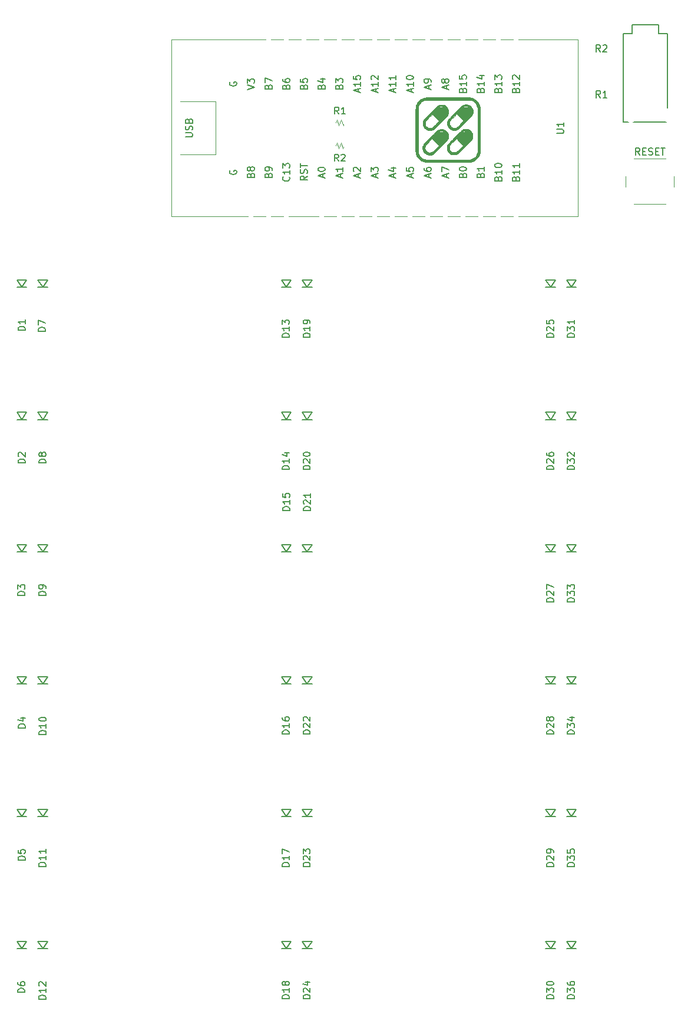
<source format=gto>
G04 #@! TF.GenerationSoftware,KiCad,Pcbnew,(5.0.0)*
G04 #@! TF.CreationDate,2018-08-31T23:56:11+09:00*
G04 #@! TF.ProjectId,pillcase36,70696C6C6361736533362E6B69636164,rev?*
G04 #@! TF.SameCoordinates,Original*
G04 #@! TF.FileFunction,Legend,Top*
G04 #@! TF.FilePolarity,Positive*
%FSLAX46Y46*%
G04 Gerber Fmt 4.6, Leading zero omitted, Abs format (unit mm)*
G04 Created by KiCad (PCBNEW (5.0.0)) date 08/31/18 23:56:11*
%MOMM*%
%LPD*%
G01*
G04 APERTURE LIST*
%ADD10C,0.150000*%
%ADD11C,0.100000*%
%ADD12C,0.120000*%
%ADD13C,0.010000*%
%ADD14C,2.400000*%
%ADD15C,2.400000*%
%ADD16C,3.000000*%
%ADD17C,2.101800*%
%ADD18C,4.387800*%
%ADD19C,1.390600*%
%ADD20O,1.250000X2.152600*%
%ADD21R,1.600000X2.000000*%
%ADD22R,2.000000X2.000000*%
%ADD23O,2.000000X2.000000*%
%ADD24R,2.000000X1.600000*%
%ADD25C,1.924000*%
%ADD26C,1.900000*%
%ADD27C,5.400000*%
G04 APERTURE END LIST*
D10*
G04 #@! TO.C,J1*
X151690000Y-39000000D02*
X150420000Y-39000000D01*
X151690000Y-37730000D02*
X151690000Y-39000000D01*
X155500000Y-37730000D02*
X151690000Y-37730000D01*
X156770000Y-51700000D02*
X156770000Y-39000000D01*
X150420000Y-51700000D02*
X156770000Y-51700000D01*
X150420000Y-39000000D02*
X150420000Y-51700000D01*
X155500000Y-39000000D02*
X155500000Y-37730000D01*
X156770000Y-39000000D02*
X155500000Y-39000000D01*
G04 #@! TO.C,D1*
X64000000Y-75440000D02*
X63300000Y-74400000D01*
X63300000Y-74400000D02*
X64700000Y-74400000D01*
X64700000Y-74400000D02*
X64000000Y-75440000D01*
X64700000Y-75440000D02*
X63300000Y-75440000D01*
G04 #@! TO.C,D2*
X64700000Y-94440000D02*
X63300000Y-94440000D01*
X64700000Y-93400000D02*
X64000000Y-94440000D01*
X63300000Y-93400000D02*
X64700000Y-93400000D01*
X64000000Y-94440000D02*
X63300000Y-93400000D01*
G04 #@! TO.C,D3*
X64700000Y-113440000D02*
X63300000Y-113440000D01*
X64700000Y-112400000D02*
X64000000Y-113440000D01*
X63300000Y-112400000D02*
X64700000Y-112400000D01*
X64000000Y-113440000D02*
X63300000Y-112400000D01*
G04 #@! TO.C,D4*
X64700000Y-132440000D02*
X63300000Y-132440000D01*
X64700000Y-131400000D02*
X64000000Y-132440000D01*
X63300000Y-131400000D02*
X64700000Y-131400000D01*
X64000000Y-132440000D02*
X63300000Y-131400000D01*
G04 #@! TO.C,D5*
X64000000Y-151440000D02*
X63300000Y-150400000D01*
X63300000Y-150400000D02*
X64700000Y-150400000D01*
X64700000Y-150400000D02*
X64000000Y-151440000D01*
X64700000Y-151440000D02*
X63300000Y-151440000D01*
G04 #@! TO.C,D6*
X64000000Y-170440000D02*
X63300000Y-169400000D01*
X63300000Y-169400000D02*
X64700000Y-169400000D01*
X64700000Y-169400000D02*
X64000000Y-170440000D01*
X64700000Y-170440000D02*
X63300000Y-170440000D01*
G04 #@! TO.C,D7*
X67700000Y-75440000D02*
X66300000Y-75440000D01*
X67700000Y-74400000D02*
X67000000Y-75440000D01*
X66300000Y-74400000D02*
X67700000Y-74400000D01*
X67000000Y-75440000D02*
X66300000Y-74400000D01*
G04 #@! TO.C,D8*
X67000000Y-94440000D02*
X66300000Y-93400000D01*
X66300000Y-93400000D02*
X67700000Y-93400000D01*
X67700000Y-93400000D02*
X67000000Y-94440000D01*
X67700000Y-94440000D02*
X66300000Y-94440000D01*
G04 #@! TO.C,D9*
X67700000Y-113440000D02*
X66300000Y-113440000D01*
X67700000Y-112400000D02*
X67000000Y-113440000D01*
X66300000Y-112400000D02*
X67700000Y-112400000D01*
X67000000Y-113440000D02*
X66300000Y-112400000D01*
G04 #@! TO.C,D10*
X67700000Y-132440000D02*
X66300000Y-132440000D01*
X67700000Y-131400000D02*
X67000000Y-132440000D01*
X66300000Y-131400000D02*
X67700000Y-131400000D01*
X67000000Y-132440000D02*
X66300000Y-131400000D01*
G04 #@! TO.C,D11*
X67700000Y-151440000D02*
X66300000Y-151440000D01*
X67700000Y-150400000D02*
X67000000Y-151440000D01*
X66300000Y-150400000D02*
X67700000Y-150400000D01*
X67000000Y-151440000D02*
X66300000Y-150400000D01*
G04 #@! TO.C,D12*
X67000000Y-170440000D02*
X66300000Y-169400000D01*
X66300000Y-169400000D02*
X67700000Y-169400000D01*
X67700000Y-169400000D02*
X67000000Y-170440000D01*
X67700000Y-170440000D02*
X66300000Y-170440000D01*
G04 #@! TO.C,D13*
X102700000Y-75440000D02*
X101300000Y-75440000D01*
X102700000Y-74400000D02*
X102000000Y-75440000D01*
X101300000Y-74400000D02*
X102700000Y-74400000D01*
X102000000Y-75440000D02*
X101300000Y-74400000D01*
G04 #@! TO.C,D14*
X102700000Y-94440000D02*
X101300000Y-94440000D01*
X102700000Y-93400000D02*
X102000000Y-94440000D01*
X101300000Y-93400000D02*
X102700000Y-93400000D01*
X102000000Y-94440000D02*
X101300000Y-93400000D01*
G04 #@! TO.C,D15*
X102700000Y-113440000D02*
X101300000Y-113440000D01*
X102700000Y-112400000D02*
X102000000Y-113440000D01*
X101300000Y-112400000D02*
X102700000Y-112400000D01*
X102000000Y-113440000D02*
X101300000Y-112400000D01*
G04 #@! TO.C,D16*
X102000000Y-132440000D02*
X101300000Y-131400000D01*
X101300000Y-131400000D02*
X102700000Y-131400000D01*
X102700000Y-131400000D02*
X102000000Y-132440000D01*
X102700000Y-132440000D02*
X101300000Y-132440000D01*
G04 #@! TO.C,D17*
X102700000Y-151440000D02*
X101300000Y-151440000D01*
X102700000Y-150400000D02*
X102000000Y-151440000D01*
X101300000Y-150400000D02*
X102700000Y-150400000D01*
X102000000Y-151440000D02*
X101300000Y-150400000D01*
G04 #@! TO.C,D18*
X102000000Y-170440000D02*
X101300000Y-169400000D01*
X101300000Y-169400000D02*
X102700000Y-169400000D01*
X102700000Y-169400000D02*
X102000000Y-170440000D01*
X102700000Y-170440000D02*
X101300000Y-170440000D01*
G04 #@! TO.C,D19*
X105000000Y-75440000D02*
X104300000Y-74400000D01*
X104300000Y-74400000D02*
X105700000Y-74400000D01*
X105700000Y-74400000D02*
X105000000Y-75440000D01*
X105700000Y-75440000D02*
X104300000Y-75440000D01*
G04 #@! TO.C,D20*
X105000000Y-94440000D02*
X104300000Y-93400000D01*
X104300000Y-93400000D02*
X105700000Y-93400000D01*
X105700000Y-93400000D02*
X105000000Y-94440000D01*
X105700000Y-94440000D02*
X104300000Y-94440000D01*
G04 #@! TO.C,D21*
X105700000Y-113440000D02*
X104300000Y-113440000D01*
X105700000Y-112400000D02*
X105000000Y-113440000D01*
X104300000Y-112400000D02*
X105700000Y-112400000D01*
X105000000Y-113440000D02*
X104300000Y-112400000D01*
G04 #@! TO.C,D22*
X105000000Y-132440000D02*
X104300000Y-131400000D01*
X104300000Y-131400000D02*
X105700000Y-131400000D01*
X105700000Y-131400000D02*
X105000000Y-132440000D01*
X105700000Y-132440000D02*
X104300000Y-132440000D01*
G04 #@! TO.C,D23*
X105700000Y-151440000D02*
X104300000Y-151440000D01*
X105700000Y-150400000D02*
X105000000Y-151440000D01*
X104300000Y-150400000D02*
X105700000Y-150400000D01*
X105000000Y-151440000D02*
X104300000Y-150400000D01*
G04 #@! TO.C,D24*
X105000000Y-170440000D02*
X104300000Y-169400000D01*
X104300000Y-169400000D02*
X105700000Y-169400000D01*
X105700000Y-169400000D02*
X105000000Y-170440000D01*
X105700000Y-170440000D02*
X104300000Y-170440000D01*
G04 #@! TO.C,D25*
X140700000Y-75440000D02*
X139300000Y-75440000D01*
X140700000Y-74400000D02*
X140000000Y-75440000D01*
X139300000Y-74400000D02*
X140700000Y-74400000D01*
X140000000Y-75440000D02*
X139300000Y-74400000D01*
G04 #@! TO.C,D26*
X140700000Y-94440000D02*
X139300000Y-94440000D01*
X140700000Y-93400000D02*
X140000000Y-94440000D01*
X139300000Y-93400000D02*
X140700000Y-93400000D01*
X140000000Y-94440000D02*
X139300000Y-93400000D01*
G04 #@! TO.C,D27*
X140700000Y-113440000D02*
X139300000Y-113440000D01*
X140700000Y-112400000D02*
X140000000Y-113440000D01*
X139300000Y-112400000D02*
X140700000Y-112400000D01*
X140000000Y-113440000D02*
X139300000Y-112400000D01*
G04 #@! TO.C,D28*
X140000000Y-132440000D02*
X139300000Y-131400000D01*
X139300000Y-131400000D02*
X140700000Y-131400000D01*
X140700000Y-131400000D02*
X140000000Y-132440000D01*
X140700000Y-132440000D02*
X139300000Y-132440000D01*
G04 #@! TO.C,D29*
X140700000Y-151440000D02*
X139300000Y-151440000D01*
X140700000Y-150400000D02*
X140000000Y-151440000D01*
X139300000Y-150400000D02*
X140700000Y-150400000D01*
X140000000Y-151440000D02*
X139300000Y-150400000D01*
G04 #@! TO.C,D30*
X140000000Y-170440000D02*
X139300000Y-169400000D01*
X139300000Y-169400000D02*
X140700000Y-169400000D01*
X140700000Y-169400000D02*
X140000000Y-170440000D01*
X140700000Y-170440000D02*
X139300000Y-170440000D01*
G04 #@! TO.C,D31*
X143000000Y-75440000D02*
X142300000Y-74400000D01*
X142300000Y-74400000D02*
X143700000Y-74400000D01*
X143700000Y-74400000D02*
X143000000Y-75440000D01*
X143700000Y-75440000D02*
X142300000Y-75440000D01*
G04 #@! TO.C,D32*
X143000000Y-94440000D02*
X142300000Y-93400000D01*
X142300000Y-93400000D02*
X143700000Y-93400000D01*
X143700000Y-93400000D02*
X143000000Y-94440000D01*
X143700000Y-94440000D02*
X142300000Y-94440000D01*
G04 #@! TO.C,D33*
X143700000Y-113440000D02*
X142300000Y-113440000D01*
X143700000Y-112400000D02*
X143000000Y-113440000D01*
X142300000Y-112400000D02*
X143700000Y-112400000D01*
X143000000Y-113440000D02*
X142300000Y-112400000D01*
G04 #@! TO.C,D34*
X143000000Y-132440000D02*
X142300000Y-131400000D01*
X142300000Y-131400000D02*
X143700000Y-131400000D01*
X143700000Y-131400000D02*
X143000000Y-132440000D01*
X143700000Y-132440000D02*
X142300000Y-132440000D01*
G04 #@! TO.C,D35*
X143000000Y-151440000D02*
X142300000Y-150400000D01*
X142300000Y-150400000D02*
X143700000Y-150400000D01*
X143700000Y-150400000D02*
X143000000Y-151440000D01*
X143700000Y-151440000D02*
X142300000Y-151440000D01*
G04 #@! TO.C,D36*
X143000000Y-170440000D02*
X142300000Y-169400000D01*
X142300000Y-169400000D02*
X143700000Y-169400000D01*
X143700000Y-169400000D02*
X143000000Y-170440000D01*
X143700000Y-170440000D02*
X142300000Y-170440000D01*
D11*
G04 #@! TO.C,R1*
X110185200Y-52247800D02*
X110337600Y-51816000D01*
X109880400Y-51384200D02*
X110185200Y-52247800D01*
X109575600Y-52247800D02*
X109880400Y-51384200D01*
X109270800Y-51384200D02*
X109575600Y-52247800D01*
X109118400Y-51816000D02*
X109270800Y-51384200D01*
G04 #@! TO.C,R2*
X109097400Y-55118000D02*
X109249800Y-54686200D01*
X109249800Y-54686200D02*
X109554600Y-55549800D01*
X109554600Y-55549800D02*
X109859400Y-54686200D01*
X109859400Y-54686200D02*
X110164200Y-55549800D01*
X110164200Y-55549800D02*
X110316600Y-55118000D01*
D12*
G04 #@! TO.C,RESET*
X157750000Y-61000000D02*
X157750000Y-59500000D01*
X156500000Y-57000000D02*
X152000000Y-57000000D01*
X150750000Y-59500000D02*
X150750000Y-61000000D01*
X152000000Y-63500000D02*
X156500000Y-63500000D01*
D11*
G04 #@! TO.C,U1*
X85532000Y-65278000D02*
X85532000Y-39878000D01*
X85532000Y-39878000D02*
X143952000Y-39878000D01*
X143952000Y-39878000D02*
X143952000Y-65278000D01*
X143952000Y-65278000D02*
X85532000Y-65278000D01*
X91882000Y-48768000D02*
X86802000Y-48768000D01*
X91882000Y-48768000D02*
X91882000Y-56388000D01*
X91882000Y-56388000D02*
X86802000Y-56388000D01*
D13*
G04 #@! TO.C,G\002A\002A\002A*
G36*
X125483575Y-48173928D02*
X125775004Y-48174187D01*
X126062476Y-48174671D01*
X126343892Y-48175379D01*
X126617150Y-48176312D01*
X126880149Y-48177469D01*
X127130787Y-48178853D01*
X127366964Y-48180462D01*
X127586578Y-48182298D01*
X127787528Y-48184360D01*
X127967713Y-48186649D01*
X128125032Y-48189166D01*
X128257383Y-48191910D01*
X128362666Y-48194882D01*
X128438778Y-48198083D01*
X128483620Y-48201512D01*
X128489378Y-48202348D01*
X128717313Y-48258710D01*
X128931430Y-48344633D01*
X129129452Y-48457839D01*
X129309099Y-48596051D01*
X129468094Y-48756990D01*
X129604158Y-48938376D01*
X129715013Y-49137933D01*
X129798379Y-49353382D01*
X129848451Y-49561421D01*
X129851582Y-49582928D01*
X129854449Y-49610945D01*
X129857063Y-49646923D01*
X129859435Y-49692311D01*
X129861576Y-49748561D01*
X129863497Y-49817122D01*
X129865210Y-49899446D01*
X129866726Y-49996982D01*
X129868056Y-50111181D01*
X129869211Y-50243493D01*
X129870202Y-50395369D01*
X129871041Y-50568259D01*
X129871738Y-50763614D01*
X129872305Y-50982884D01*
X129872753Y-51227519D01*
X129873093Y-51498970D01*
X129873337Y-51798687D01*
X129873495Y-52128120D01*
X129873578Y-52488721D01*
X129873600Y-52825399D01*
X129873606Y-53215500D01*
X129873603Y-53573246D01*
X129873550Y-53900150D01*
X129873413Y-54197725D01*
X129873152Y-54467482D01*
X129872731Y-54710934D01*
X129872113Y-54929593D01*
X129871260Y-55124972D01*
X129870135Y-55298583D01*
X129868700Y-55451938D01*
X129866919Y-55586549D01*
X129864753Y-55703930D01*
X129862167Y-55805591D01*
X129859121Y-55893046D01*
X129855580Y-55967807D01*
X129851505Y-56031386D01*
X129846860Y-56085296D01*
X129841607Y-56131048D01*
X129835708Y-56170156D01*
X129829127Y-56204130D01*
X129821826Y-56234485D01*
X129813768Y-56262732D01*
X129804916Y-56290383D01*
X129795232Y-56318950D01*
X129786797Y-56343668D01*
X129700857Y-56546336D01*
X129585622Y-56738106D01*
X129444920Y-56915153D01*
X129282575Y-57073651D01*
X129102413Y-57209773D01*
X128908260Y-57319695D01*
X128743668Y-57386797D01*
X128713315Y-57397165D01*
X128685113Y-57406673D01*
X128657554Y-57415360D01*
X128629131Y-57423260D01*
X128598334Y-57430411D01*
X128563656Y-57436848D01*
X128523587Y-57442608D01*
X128476621Y-57447728D01*
X128421248Y-57452244D01*
X128355960Y-57456192D01*
X128279249Y-57459609D01*
X128189606Y-57462531D01*
X128085523Y-57464995D01*
X127965492Y-57467036D01*
X127828005Y-57468692D01*
X127671553Y-57469998D01*
X127494627Y-57470992D01*
X127295720Y-57471709D01*
X127073323Y-57472186D01*
X126825928Y-57472460D01*
X126552027Y-57472566D01*
X126250111Y-57472542D01*
X125918671Y-57472423D01*
X125556201Y-57472246D01*
X125210481Y-57472071D01*
X124811517Y-57471834D01*
X124445122Y-57471520D01*
X124110001Y-57471121D01*
X123804858Y-57470628D01*
X123528395Y-57470030D01*
X123279316Y-57469319D01*
X123056325Y-57468485D01*
X122858125Y-57467519D01*
X122683419Y-57466411D01*
X122530912Y-57465152D01*
X122399307Y-57463733D01*
X122287307Y-57462144D01*
X122193616Y-57460376D01*
X122116938Y-57458419D01*
X122055975Y-57456264D01*
X122009431Y-57453902D01*
X121976010Y-57451324D01*
X121954416Y-57448519D01*
X121954394Y-57448515D01*
X121726544Y-57390567D01*
X121512649Y-57303186D01*
X121314987Y-57188662D01*
X121135835Y-57049285D01*
X120977472Y-56887345D01*
X120842174Y-56705131D01*
X120732219Y-56504933D01*
X120649886Y-56289040D01*
X120602348Y-56089378D01*
X120599216Y-56067867D01*
X120596349Y-56039848D01*
X120593735Y-56003872D01*
X120591363Y-55958487D01*
X120589222Y-55902241D01*
X120587301Y-55833685D01*
X120585589Y-55751367D01*
X120584075Y-55653836D01*
X120582747Y-55539641D01*
X120581594Y-55407331D01*
X120580606Y-55255455D01*
X120579771Y-55082562D01*
X120579077Y-54887202D01*
X120578514Y-54667922D01*
X120578071Y-54423273D01*
X120577736Y-54151803D01*
X120577498Y-53852062D01*
X120577346Y-53522598D01*
X120577269Y-53161960D01*
X120577254Y-52827415D01*
X120577246Y-52436596D01*
X120577236Y-52078129D01*
X120577269Y-51750503D01*
X120577288Y-51700053D01*
X120941077Y-51700053D01*
X120941132Y-52024399D01*
X120941213Y-52379357D01*
X120941265Y-52766413D01*
X120941266Y-52842333D01*
X120941266Y-56008866D01*
X120980213Y-56143375D01*
X121054469Y-56342396D01*
X121155608Y-56523759D01*
X121281076Y-56685193D01*
X121428320Y-56824431D01*
X121594788Y-56939205D01*
X121777927Y-57027246D01*
X121975184Y-57086286D01*
X122058469Y-57101423D01*
X122084011Y-57102718D01*
X122141694Y-57103950D01*
X122229794Y-57105115D01*
X122346585Y-57106208D01*
X122490342Y-57107222D01*
X122659340Y-57108151D01*
X122851853Y-57108992D01*
X123066158Y-57109738D01*
X123300527Y-57110383D01*
X123553237Y-57110922D01*
X123822563Y-57111350D01*
X124106778Y-57111662D01*
X124404158Y-57111851D01*
X124712978Y-57111912D01*
X125031513Y-57111840D01*
X125284666Y-57111688D01*
X128425799Y-57109296D01*
X128549667Y-57070950D01*
X128756796Y-56990498D01*
X128942026Y-56884651D01*
X129104310Y-56754465D01*
X129242602Y-56600997D01*
X129355857Y-56425301D01*
X129443030Y-56228433D01*
X129471320Y-56140700D01*
X129509533Y-56008866D01*
X129509533Y-49641933D01*
X129471292Y-49509997D01*
X129395544Y-49306574D01*
X129292646Y-49122375D01*
X129164400Y-48959206D01*
X129012609Y-48818873D01*
X128839076Y-48703183D01*
X128645602Y-48613940D01*
X128543375Y-48580213D01*
X128408866Y-48541266D01*
X125242333Y-48541266D01*
X124849571Y-48541232D01*
X124489188Y-48541165D01*
X124159696Y-48541118D01*
X123859607Y-48541142D01*
X123587434Y-48541290D01*
X123341688Y-48541616D01*
X123120881Y-48542170D01*
X122923526Y-48543006D01*
X122748135Y-48544177D01*
X122593221Y-48545733D01*
X122457295Y-48547729D01*
X122338869Y-48550216D01*
X122236456Y-48553247D01*
X122148568Y-48556875D01*
X122073717Y-48561151D01*
X122010415Y-48566128D01*
X121957174Y-48571859D01*
X121912508Y-48578396D01*
X121874926Y-48585791D01*
X121842943Y-48594098D01*
X121815070Y-48603368D01*
X121789820Y-48613653D01*
X121765703Y-48625007D01*
X121741234Y-48637482D01*
X121714923Y-48651130D01*
X121685284Y-48666004D01*
X121683857Y-48666698D01*
X121499753Y-48773221D01*
X121340968Y-48901958D01*
X121206196Y-49054196D01*
X121094130Y-49231222D01*
X121077124Y-49264111D01*
X121060969Y-49295355D01*
X121046141Y-49322965D01*
X121032582Y-49348428D01*
X121020238Y-49373235D01*
X121009050Y-49398874D01*
X120998963Y-49426834D01*
X120989920Y-49458604D01*
X120981864Y-49495673D01*
X120974739Y-49539530D01*
X120968488Y-49591663D01*
X120963056Y-49653563D01*
X120958384Y-49726717D01*
X120954418Y-49812614D01*
X120951099Y-49912745D01*
X120948373Y-50028596D01*
X120946181Y-50161658D01*
X120944469Y-50313419D01*
X120943178Y-50485369D01*
X120942253Y-50678996D01*
X120941637Y-50895788D01*
X120941273Y-51137236D01*
X120941106Y-51404828D01*
X120941077Y-51700053D01*
X120577288Y-51700053D01*
X120577387Y-51452202D01*
X120577635Y-51181713D01*
X120578054Y-50937524D01*
X120578689Y-50718119D01*
X120579583Y-50521985D01*
X120580779Y-50347610D01*
X120582321Y-50193479D01*
X120584252Y-50058078D01*
X120586616Y-49939894D01*
X120589455Y-49837414D01*
X120592814Y-49749124D01*
X120596735Y-49673511D01*
X120601262Y-49609059D01*
X120606438Y-49554257D01*
X120612307Y-49507591D01*
X120618913Y-49467546D01*
X120626297Y-49432610D01*
X120634505Y-49401268D01*
X120643578Y-49372008D01*
X120653561Y-49343315D01*
X120664497Y-49313676D01*
X120676430Y-49281577D01*
X120679065Y-49274384D01*
X120774681Y-49060500D01*
X120897640Y-48864633D01*
X121045366Y-48688938D01*
X121215280Y-48535570D01*
X121404804Y-48406685D01*
X121611360Y-48304437D01*
X121832371Y-48230982D01*
X121960156Y-48203460D01*
X121997346Y-48199964D01*
X122066300Y-48196687D01*
X122164918Y-48193627D01*
X122291098Y-48190787D01*
X122442740Y-48188165D01*
X122617741Y-48185764D01*
X122814002Y-48183581D01*
X123029420Y-48181619D01*
X123261894Y-48179878D01*
X123509323Y-48178357D01*
X123769607Y-48177058D01*
X124040643Y-48175980D01*
X124320331Y-48175124D01*
X124606570Y-48174491D01*
X124897257Y-48174080D01*
X125190293Y-48173892D01*
X125483575Y-48173928D01*
X125483575Y-48173928D01*
G37*
X125483575Y-48173928D02*
X125775004Y-48174187D01*
X126062476Y-48174671D01*
X126343892Y-48175379D01*
X126617150Y-48176312D01*
X126880149Y-48177469D01*
X127130787Y-48178853D01*
X127366964Y-48180462D01*
X127586578Y-48182298D01*
X127787528Y-48184360D01*
X127967713Y-48186649D01*
X128125032Y-48189166D01*
X128257383Y-48191910D01*
X128362666Y-48194882D01*
X128438778Y-48198083D01*
X128483620Y-48201512D01*
X128489378Y-48202348D01*
X128717313Y-48258710D01*
X128931430Y-48344633D01*
X129129452Y-48457839D01*
X129309099Y-48596051D01*
X129468094Y-48756990D01*
X129604158Y-48938376D01*
X129715013Y-49137933D01*
X129798379Y-49353382D01*
X129848451Y-49561421D01*
X129851582Y-49582928D01*
X129854449Y-49610945D01*
X129857063Y-49646923D01*
X129859435Y-49692311D01*
X129861576Y-49748561D01*
X129863497Y-49817122D01*
X129865210Y-49899446D01*
X129866726Y-49996982D01*
X129868056Y-50111181D01*
X129869211Y-50243493D01*
X129870202Y-50395369D01*
X129871041Y-50568259D01*
X129871738Y-50763614D01*
X129872305Y-50982884D01*
X129872753Y-51227519D01*
X129873093Y-51498970D01*
X129873337Y-51798687D01*
X129873495Y-52128120D01*
X129873578Y-52488721D01*
X129873600Y-52825399D01*
X129873606Y-53215500D01*
X129873603Y-53573246D01*
X129873550Y-53900150D01*
X129873413Y-54197725D01*
X129873152Y-54467482D01*
X129872731Y-54710934D01*
X129872113Y-54929593D01*
X129871260Y-55124972D01*
X129870135Y-55298583D01*
X129868700Y-55451938D01*
X129866919Y-55586549D01*
X129864753Y-55703930D01*
X129862167Y-55805591D01*
X129859121Y-55893046D01*
X129855580Y-55967807D01*
X129851505Y-56031386D01*
X129846860Y-56085296D01*
X129841607Y-56131048D01*
X129835708Y-56170156D01*
X129829127Y-56204130D01*
X129821826Y-56234485D01*
X129813768Y-56262732D01*
X129804916Y-56290383D01*
X129795232Y-56318950D01*
X129786797Y-56343668D01*
X129700857Y-56546336D01*
X129585622Y-56738106D01*
X129444920Y-56915153D01*
X129282575Y-57073651D01*
X129102413Y-57209773D01*
X128908260Y-57319695D01*
X128743668Y-57386797D01*
X128713315Y-57397165D01*
X128685113Y-57406673D01*
X128657554Y-57415360D01*
X128629131Y-57423260D01*
X128598334Y-57430411D01*
X128563656Y-57436848D01*
X128523587Y-57442608D01*
X128476621Y-57447728D01*
X128421248Y-57452244D01*
X128355960Y-57456192D01*
X128279249Y-57459609D01*
X128189606Y-57462531D01*
X128085523Y-57464995D01*
X127965492Y-57467036D01*
X127828005Y-57468692D01*
X127671553Y-57469998D01*
X127494627Y-57470992D01*
X127295720Y-57471709D01*
X127073323Y-57472186D01*
X126825928Y-57472460D01*
X126552027Y-57472566D01*
X126250111Y-57472542D01*
X125918671Y-57472423D01*
X125556201Y-57472246D01*
X125210481Y-57472071D01*
X124811517Y-57471834D01*
X124445122Y-57471520D01*
X124110001Y-57471121D01*
X123804858Y-57470628D01*
X123528395Y-57470030D01*
X123279316Y-57469319D01*
X123056325Y-57468485D01*
X122858125Y-57467519D01*
X122683419Y-57466411D01*
X122530912Y-57465152D01*
X122399307Y-57463733D01*
X122287307Y-57462144D01*
X122193616Y-57460376D01*
X122116938Y-57458419D01*
X122055975Y-57456264D01*
X122009431Y-57453902D01*
X121976010Y-57451324D01*
X121954416Y-57448519D01*
X121954394Y-57448515D01*
X121726544Y-57390567D01*
X121512649Y-57303186D01*
X121314987Y-57188662D01*
X121135835Y-57049285D01*
X120977472Y-56887345D01*
X120842174Y-56705131D01*
X120732219Y-56504933D01*
X120649886Y-56289040D01*
X120602348Y-56089378D01*
X120599216Y-56067867D01*
X120596349Y-56039848D01*
X120593735Y-56003872D01*
X120591363Y-55958487D01*
X120589222Y-55902241D01*
X120587301Y-55833685D01*
X120585589Y-55751367D01*
X120584075Y-55653836D01*
X120582747Y-55539641D01*
X120581594Y-55407331D01*
X120580606Y-55255455D01*
X120579771Y-55082562D01*
X120579077Y-54887202D01*
X120578514Y-54667922D01*
X120578071Y-54423273D01*
X120577736Y-54151803D01*
X120577498Y-53852062D01*
X120577346Y-53522598D01*
X120577269Y-53161960D01*
X120577254Y-52827415D01*
X120577246Y-52436596D01*
X120577236Y-52078129D01*
X120577269Y-51750503D01*
X120577288Y-51700053D01*
X120941077Y-51700053D01*
X120941132Y-52024399D01*
X120941213Y-52379357D01*
X120941265Y-52766413D01*
X120941266Y-52842333D01*
X120941266Y-56008866D01*
X120980213Y-56143375D01*
X121054469Y-56342396D01*
X121155608Y-56523759D01*
X121281076Y-56685193D01*
X121428320Y-56824431D01*
X121594788Y-56939205D01*
X121777927Y-57027246D01*
X121975184Y-57086286D01*
X122058469Y-57101423D01*
X122084011Y-57102718D01*
X122141694Y-57103950D01*
X122229794Y-57105115D01*
X122346585Y-57106208D01*
X122490342Y-57107222D01*
X122659340Y-57108151D01*
X122851853Y-57108992D01*
X123066158Y-57109738D01*
X123300527Y-57110383D01*
X123553237Y-57110922D01*
X123822563Y-57111350D01*
X124106778Y-57111662D01*
X124404158Y-57111851D01*
X124712978Y-57111912D01*
X125031513Y-57111840D01*
X125284666Y-57111688D01*
X128425799Y-57109296D01*
X128549667Y-57070950D01*
X128756796Y-56990498D01*
X128942026Y-56884651D01*
X129104310Y-56754465D01*
X129242602Y-56600997D01*
X129355857Y-56425301D01*
X129443030Y-56228433D01*
X129471320Y-56140700D01*
X129509533Y-56008866D01*
X129509533Y-49641933D01*
X129471292Y-49509997D01*
X129395544Y-49306574D01*
X129292646Y-49122375D01*
X129164400Y-48959206D01*
X129012609Y-48818873D01*
X128839076Y-48703183D01*
X128645602Y-48613940D01*
X128543375Y-48580213D01*
X128408866Y-48541266D01*
X125242333Y-48541266D01*
X124849571Y-48541232D01*
X124489188Y-48541165D01*
X124159696Y-48541118D01*
X123859607Y-48541142D01*
X123587434Y-48541290D01*
X123341688Y-48541616D01*
X123120881Y-48542170D01*
X122923526Y-48543006D01*
X122748135Y-48544177D01*
X122593221Y-48545733D01*
X122457295Y-48547729D01*
X122338869Y-48550216D01*
X122236456Y-48553247D01*
X122148568Y-48556875D01*
X122073717Y-48561151D01*
X122010415Y-48566128D01*
X121957174Y-48571859D01*
X121912508Y-48578396D01*
X121874926Y-48585791D01*
X121842943Y-48594098D01*
X121815070Y-48603368D01*
X121789820Y-48613653D01*
X121765703Y-48625007D01*
X121741234Y-48637482D01*
X121714923Y-48651130D01*
X121685284Y-48666004D01*
X121683857Y-48666698D01*
X121499753Y-48773221D01*
X121340968Y-48901958D01*
X121206196Y-49054196D01*
X121094130Y-49231222D01*
X121077124Y-49264111D01*
X121060969Y-49295355D01*
X121046141Y-49322965D01*
X121032582Y-49348428D01*
X121020238Y-49373235D01*
X121009050Y-49398874D01*
X120998963Y-49426834D01*
X120989920Y-49458604D01*
X120981864Y-49495673D01*
X120974739Y-49539530D01*
X120968488Y-49591663D01*
X120963056Y-49653563D01*
X120958384Y-49726717D01*
X120954418Y-49812614D01*
X120951099Y-49912745D01*
X120948373Y-50028596D01*
X120946181Y-50161658D01*
X120944469Y-50313419D01*
X120943178Y-50485369D01*
X120942253Y-50678996D01*
X120941637Y-50895788D01*
X120941273Y-51137236D01*
X120941106Y-51404828D01*
X120941077Y-51700053D01*
X120577288Y-51700053D01*
X120577387Y-51452202D01*
X120577635Y-51181713D01*
X120578054Y-50937524D01*
X120578689Y-50718119D01*
X120579583Y-50521985D01*
X120580779Y-50347610D01*
X120582321Y-50193479D01*
X120584252Y-50058078D01*
X120586616Y-49939894D01*
X120589455Y-49837414D01*
X120592814Y-49749124D01*
X120596735Y-49673511D01*
X120601262Y-49609059D01*
X120606438Y-49554257D01*
X120612307Y-49507591D01*
X120618913Y-49467546D01*
X120626297Y-49432610D01*
X120634505Y-49401268D01*
X120643578Y-49372008D01*
X120653561Y-49343315D01*
X120664497Y-49313676D01*
X120676430Y-49281577D01*
X120679065Y-49274384D01*
X120774681Y-49060500D01*
X120897640Y-48864633D01*
X121045366Y-48688938D01*
X121215280Y-48535570D01*
X121404804Y-48406685D01*
X121611360Y-48304437D01*
X121832371Y-48230982D01*
X121960156Y-48203460D01*
X121997346Y-48199964D01*
X122066300Y-48196687D01*
X122164918Y-48193627D01*
X122291098Y-48190787D01*
X122442740Y-48188165D01*
X122617741Y-48185764D01*
X122814002Y-48183581D01*
X123029420Y-48181619D01*
X123261894Y-48179878D01*
X123509323Y-48178357D01*
X123769607Y-48177058D01*
X124040643Y-48175980D01*
X124320331Y-48175124D01*
X124606570Y-48174491D01*
X124897257Y-48174080D01*
X125190293Y-48173892D01*
X125483575Y-48173928D01*
G36*
X124473265Y-52745673D02*
X124645031Y-52791461D01*
X124804088Y-52868568D01*
X124951168Y-52977297D01*
X125005438Y-53028335D01*
X125123363Y-53169007D01*
X125211666Y-53323306D01*
X125269997Y-53487819D01*
X125298002Y-53659135D01*
X125295330Y-53833843D01*
X125261628Y-54008531D01*
X125196545Y-54179787D01*
X125135693Y-54290133D01*
X125114557Y-54316816D01*
X125071701Y-54364941D01*
X125009478Y-54432125D01*
X124930237Y-54515986D01*
X124836329Y-54614140D01*
X124730104Y-54724205D01*
X124613913Y-54843797D01*
X124490107Y-54970535D01*
X124361035Y-55102035D01*
X124229050Y-55235915D01*
X124096500Y-55369791D01*
X123965738Y-55501280D01*
X123839112Y-55628001D01*
X123718975Y-55747570D01*
X123607675Y-55857605D01*
X123507565Y-55955722D01*
X123420994Y-56039538D01*
X123350314Y-56106672D01*
X123297874Y-56154740D01*
X123286553Y-56164653D01*
X123133779Y-56276574D01*
X122970291Y-56359560D01*
X122799845Y-56412440D01*
X122626196Y-56434045D01*
X122455566Y-56423596D01*
X122278767Y-56379271D01*
X122115452Y-56305555D01*
X121968756Y-56205305D01*
X121841814Y-56081375D01*
X121737762Y-55936621D01*
X121659736Y-55773900D01*
X121626650Y-55668574D01*
X121597137Y-55491287D01*
X121599060Y-55386488D01*
X121927104Y-55386488D01*
X121937984Y-55532640D01*
X121979039Y-55672112D01*
X122049583Y-55800625D01*
X122126975Y-55892853D01*
X122247699Y-55991118D01*
X122381291Y-56058789D01*
X122524513Y-56095065D01*
X122674128Y-56099145D01*
X122826899Y-56070228D01*
X122834399Y-56067952D01*
X122882731Y-56051087D01*
X122929984Y-56029694D01*
X122979034Y-56001406D01*
X123032758Y-55963853D01*
X123094030Y-55914668D01*
X123165727Y-55851481D01*
X123250724Y-55771925D01*
X123351897Y-55673630D01*
X123472122Y-55554230D01*
X123536287Y-55489885D01*
X123929975Y-55094226D01*
X123429985Y-54594813D01*
X122929994Y-54095400D01*
X122490615Y-54537105D01*
X122373783Y-54654865D01*
X122278517Y-54751771D01*
X122202245Y-54830720D01*
X122142393Y-54894612D01*
X122096388Y-54946345D01*
X122061656Y-54988817D01*
X122035625Y-55024926D01*
X122015720Y-55057572D01*
X121999369Y-55089652D01*
X121998612Y-55091264D01*
X121947085Y-55237935D01*
X121927104Y-55386488D01*
X121599060Y-55386488D01*
X121600357Y-55315887D01*
X121636559Y-55139886D01*
X121695587Y-54983220D01*
X121711033Y-54950610D01*
X121727781Y-54919766D01*
X121748268Y-54887920D01*
X121774932Y-54852305D01*
X121810210Y-54810153D01*
X121856538Y-54758698D01*
X121916354Y-54695171D01*
X121992096Y-54616806D01*
X122086199Y-54520835D01*
X122201102Y-54404491D01*
X122238873Y-54366333D01*
X122371316Y-54232832D01*
X122520672Y-54082729D01*
X122679757Y-53923216D01*
X122841384Y-53761487D01*
X122998368Y-53604734D01*
X123143525Y-53460150D01*
X123221716Y-53382467D01*
X123347705Y-53257738D01*
X123452369Y-53154918D01*
X123800300Y-53154918D01*
X123804281Y-53155422D01*
X123824925Y-53154373D01*
X123874517Y-53151523D01*
X123948203Y-53147161D01*
X124041128Y-53141576D01*
X124148438Y-53135056D01*
X124226333Y-53130287D01*
X124340661Y-53123297D01*
X124443935Y-53117040D01*
X124531285Y-53111807D01*
X124597843Y-53107888D01*
X124638738Y-53105574D01*
X124649364Y-53105065D01*
X124646998Y-53096696D01*
X124622255Y-53075717D01*
X124602366Y-53061563D01*
X124481885Y-52999500D01*
X124348877Y-52965879D01*
X124209651Y-52960992D01*
X124070513Y-52985133D01*
X123951834Y-53031286D01*
X123903616Y-53058859D01*
X123858289Y-53090110D01*
X123821918Y-53119938D01*
X123800567Y-53143241D01*
X123800300Y-53154918D01*
X123452369Y-53154918D01*
X123452548Y-53154743D01*
X123538883Y-53071107D01*
X123609350Y-53004456D01*
X123666587Y-52952416D01*
X123713234Y-52912613D01*
X123751930Y-52882673D01*
X123785315Y-52860222D01*
X123816027Y-52842885D01*
X123828399Y-52836733D01*
X123984187Y-52774606D01*
X124139837Y-52740389D01*
X124288056Y-52730900D01*
X124473265Y-52745673D01*
X124473265Y-52745673D01*
G37*
X124473265Y-52745673D02*
X124645031Y-52791461D01*
X124804088Y-52868568D01*
X124951168Y-52977297D01*
X125005438Y-53028335D01*
X125123363Y-53169007D01*
X125211666Y-53323306D01*
X125269997Y-53487819D01*
X125298002Y-53659135D01*
X125295330Y-53833843D01*
X125261628Y-54008531D01*
X125196545Y-54179787D01*
X125135693Y-54290133D01*
X125114557Y-54316816D01*
X125071701Y-54364941D01*
X125009478Y-54432125D01*
X124930237Y-54515986D01*
X124836329Y-54614140D01*
X124730104Y-54724205D01*
X124613913Y-54843797D01*
X124490107Y-54970535D01*
X124361035Y-55102035D01*
X124229050Y-55235915D01*
X124096500Y-55369791D01*
X123965738Y-55501280D01*
X123839112Y-55628001D01*
X123718975Y-55747570D01*
X123607675Y-55857605D01*
X123507565Y-55955722D01*
X123420994Y-56039538D01*
X123350314Y-56106672D01*
X123297874Y-56154740D01*
X123286553Y-56164653D01*
X123133779Y-56276574D01*
X122970291Y-56359560D01*
X122799845Y-56412440D01*
X122626196Y-56434045D01*
X122455566Y-56423596D01*
X122278767Y-56379271D01*
X122115452Y-56305555D01*
X121968756Y-56205305D01*
X121841814Y-56081375D01*
X121737762Y-55936621D01*
X121659736Y-55773900D01*
X121626650Y-55668574D01*
X121597137Y-55491287D01*
X121599060Y-55386488D01*
X121927104Y-55386488D01*
X121937984Y-55532640D01*
X121979039Y-55672112D01*
X122049583Y-55800625D01*
X122126975Y-55892853D01*
X122247699Y-55991118D01*
X122381291Y-56058789D01*
X122524513Y-56095065D01*
X122674128Y-56099145D01*
X122826899Y-56070228D01*
X122834399Y-56067952D01*
X122882731Y-56051087D01*
X122929984Y-56029694D01*
X122979034Y-56001406D01*
X123032758Y-55963853D01*
X123094030Y-55914668D01*
X123165727Y-55851481D01*
X123250724Y-55771925D01*
X123351897Y-55673630D01*
X123472122Y-55554230D01*
X123536287Y-55489885D01*
X123929975Y-55094226D01*
X123429985Y-54594813D01*
X122929994Y-54095400D01*
X122490615Y-54537105D01*
X122373783Y-54654865D01*
X122278517Y-54751771D01*
X122202245Y-54830720D01*
X122142393Y-54894612D01*
X122096388Y-54946345D01*
X122061656Y-54988817D01*
X122035625Y-55024926D01*
X122015720Y-55057572D01*
X121999369Y-55089652D01*
X121998612Y-55091264D01*
X121947085Y-55237935D01*
X121927104Y-55386488D01*
X121599060Y-55386488D01*
X121600357Y-55315887D01*
X121636559Y-55139886D01*
X121695587Y-54983220D01*
X121711033Y-54950610D01*
X121727781Y-54919766D01*
X121748268Y-54887920D01*
X121774932Y-54852305D01*
X121810210Y-54810153D01*
X121856538Y-54758698D01*
X121916354Y-54695171D01*
X121992096Y-54616806D01*
X122086199Y-54520835D01*
X122201102Y-54404491D01*
X122238873Y-54366333D01*
X122371316Y-54232832D01*
X122520672Y-54082729D01*
X122679757Y-53923216D01*
X122841384Y-53761487D01*
X122998368Y-53604734D01*
X123143525Y-53460150D01*
X123221716Y-53382467D01*
X123347705Y-53257738D01*
X123452369Y-53154918D01*
X123800300Y-53154918D01*
X123804281Y-53155422D01*
X123824925Y-53154373D01*
X123874517Y-53151523D01*
X123948203Y-53147161D01*
X124041128Y-53141576D01*
X124148438Y-53135056D01*
X124226333Y-53130287D01*
X124340661Y-53123297D01*
X124443935Y-53117040D01*
X124531285Y-53111807D01*
X124597843Y-53107888D01*
X124638738Y-53105574D01*
X124649364Y-53105065D01*
X124646998Y-53096696D01*
X124622255Y-53075717D01*
X124602366Y-53061563D01*
X124481885Y-52999500D01*
X124348877Y-52965879D01*
X124209651Y-52960992D01*
X124070513Y-52985133D01*
X123951834Y-53031286D01*
X123903616Y-53058859D01*
X123858289Y-53090110D01*
X123821918Y-53119938D01*
X123800567Y-53143241D01*
X123800300Y-53154918D01*
X123452369Y-53154918D01*
X123452548Y-53154743D01*
X123538883Y-53071107D01*
X123609350Y-53004456D01*
X123666587Y-52952416D01*
X123713234Y-52912613D01*
X123751930Y-52882673D01*
X123785315Y-52860222D01*
X123816027Y-52842885D01*
X123828399Y-52836733D01*
X123984187Y-52774606D01*
X124139837Y-52740389D01*
X124288056Y-52730900D01*
X124473265Y-52745673D01*
G36*
X127904961Y-52705972D02*
X128073993Y-52739427D01*
X128234219Y-52800411D01*
X128381948Y-52886870D01*
X128513487Y-52996751D01*
X128625144Y-53127999D01*
X128713228Y-53278562D01*
X128760818Y-53400430D01*
X128783401Y-53499601D01*
X128796512Y-53616280D01*
X128800049Y-53739375D01*
X128793909Y-53857798D01*
X128777990Y-53960457D01*
X128766380Y-54002266D01*
X128751733Y-54045345D01*
X128737603Y-54084355D01*
X128722375Y-54121151D01*
X128704432Y-54157586D01*
X128682158Y-54195513D01*
X128653937Y-54236785D01*
X128618154Y-54283256D01*
X128573192Y-54336778D01*
X128517435Y-54399206D01*
X128449267Y-54472392D01*
X128367073Y-54558190D01*
X128269236Y-54658452D01*
X128154140Y-54775033D01*
X128020170Y-54909785D01*
X127865709Y-55064563D01*
X127689142Y-55241218D01*
X127665043Y-55265324D01*
X127489866Y-55440499D01*
X127336849Y-55593333D01*
X127204239Y-55725471D01*
X127090287Y-55838557D01*
X126993242Y-55934236D01*
X126911353Y-56014152D01*
X126842869Y-56079949D01*
X126786040Y-56133273D01*
X126739114Y-56175766D01*
X126700343Y-56209075D01*
X126667974Y-56234843D01*
X126640257Y-56254715D01*
X126615441Y-56270335D01*
X126591776Y-56283348D01*
X126569413Y-56294480D01*
X126390864Y-56363608D01*
X126210945Y-56398949D01*
X126029109Y-56400573D01*
X125894266Y-56380382D01*
X125728720Y-56327867D01*
X125575050Y-56246166D01*
X125436843Y-56138930D01*
X125317683Y-56009811D01*
X125221156Y-55862458D01*
X125150849Y-55700524D01*
X125121913Y-55593999D01*
X125102682Y-55423850D01*
X125109086Y-55325786D01*
X125439459Y-55325786D01*
X125440466Y-55413719D01*
X125446975Y-55502463D01*
X125458517Y-55569961D01*
X125477727Y-55628747D01*
X125492734Y-55662364D01*
X125575117Y-55796577D01*
X125681624Y-55908588D01*
X125809000Y-55995407D01*
X125899835Y-56036320D01*
X125996815Y-56059583D01*
X126111359Y-56067435D01*
X126231198Y-56060495D01*
X126344063Y-56039382D01*
X126427666Y-56009670D01*
X126458192Y-55993431D01*
X126491924Y-55971351D01*
X126531576Y-55940996D01*
X126579860Y-55899928D01*
X126639490Y-55845713D01*
X126713179Y-55775913D01*
X126803640Y-55688093D01*
X126913586Y-55579816D01*
X126982531Y-55511470D01*
X127435795Y-55061407D01*
X126940312Y-54565710D01*
X126444829Y-54070014D01*
X126016538Y-54497573D01*
X125914998Y-54599721D01*
X125819309Y-54697465D01*
X125732608Y-54787490D01*
X125658032Y-54866478D01*
X125598718Y-54931115D01*
X125557801Y-54978085D01*
X125540024Y-55001333D01*
X125484989Y-55104458D01*
X125452339Y-55209000D01*
X125439459Y-55325786D01*
X125109086Y-55325786D01*
X125114070Y-55249481D01*
X125154730Y-55077863D01*
X125223318Y-54915965D01*
X125267212Y-54841530D01*
X125294228Y-54807049D01*
X125345078Y-54749652D01*
X125419205Y-54669914D01*
X125516049Y-54568414D01*
X125635053Y-54445726D01*
X125775658Y-54302429D01*
X125937307Y-54139099D01*
X126119439Y-53956312D01*
X126261969Y-53813956D01*
X126441548Y-53634959D01*
X126599044Y-53478264D01*
X126736367Y-53342271D01*
X126855426Y-53225380D01*
X126958130Y-53125990D01*
X126963917Y-53120515D01*
X127291266Y-53120515D01*
X127384399Y-53119606D01*
X127431186Y-53118287D01*
X127504468Y-53115174D01*
X127596941Y-53110627D01*
X127701303Y-53105001D01*
X127803764Y-53099049D01*
X127910486Y-53091790D01*
X128001430Y-53083973D01*
X128072037Y-53076104D01*
X128117744Y-53068687D01*
X128133964Y-53062466D01*
X128122026Y-53046964D01*
X128086915Y-53022611D01*
X128036333Y-52994733D01*
X127987143Y-52971521D01*
X127944856Y-52956684D01*
X127899304Y-52948373D01*
X127840319Y-52944739D01*
X127757731Y-52943933D01*
X127756933Y-52943933D01*
X127673155Y-52944824D01*
X127613254Y-52948632D01*
X127567265Y-52957055D01*
X127525219Y-52971793D01*
X127485999Y-52990125D01*
X127425504Y-53023010D01*
X127369442Y-53058219D01*
X127342066Y-53078416D01*
X127291266Y-53120515D01*
X126963917Y-53120515D01*
X127046388Y-53042500D01*
X127122110Y-52973311D01*
X127187205Y-52916822D01*
X127243583Y-52871432D01*
X127293151Y-52835541D01*
X127337821Y-52807549D01*
X127379500Y-52785855D01*
X127420098Y-52768859D01*
X127461525Y-52754960D01*
X127505689Y-52742557D01*
X127554500Y-52730052D01*
X127555248Y-52729863D01*
X127730815Y-52702099D01*
X127904961Y-52705972D01*
X127904961Y-52705972D01*
G37*
X127904961Y-52705972D02*
X128073993Y-52739427D01*
X128234219Y-52800411D01*
X128381948Y-52886870D01*
X128513487Y-52996751D01*
X128625144Y-53127999D01*
X128713228Y-53278562D01*
X128760818Y-53400430D01*
X128783401Y-53499601D01*
X128796512Y-53616280D01*
X128800049Y-53739375D01*
X128793909Y-53857798D01*
X128777990Y-53960457D01*
X128766380Y-54002266D01*
X128751733Y-54045345D01*
X128737603Y-54084355D01*
X128722375Y-54121151D01*
X128704432Y-54157586D01*
X128682158Y-54195513D01*
X128653937Y-54236785D01*
X128618154Y-54283256D01*
X128573192Y-54336778D01*
X128517435Y-54399206D01*
X128449267Y-54472392D01*
X128367073Y-54558190D01*
X128269236Y-54658452D01*
X128154140Y-54775033D01*
X128020170Y-54909785D01*
X127865709Y-55064563D01*
X127689142Y-55241218D01*
X127665043Y-55265324D01*
X127489866Y-55440499D01*
X127336849Y-55593333D01*
X127204239Y-55725471D01*
X127090287Y-55838557D01*
X126993242Y-55934236D01*
X126911353Y-56014152D01*
X126842869Y-56079949D01*
X126786040Y-56133273D01*
X126739114Y-56175766D01*
X126700343Y-56209075D01*
X126667974Y-56234843D01*
X126640257Y-56254715D01*
X126615441Y-56270335D01*
X126591776Y-56283348D01*
X126569413Y-56294480D01*
X126390864Y-56363608D01*
X126210945Y-56398949D01*
X126029109Y-56400573D01*
X125894266Y-56380382D01*
X125728720Y-56327867D01*
X125575050Y-56246166D01*
X125436843Y-56138930D01*
X125317683Y-56009811D01*
X125221156Y-55862458D01*
X125150849Y-55700524D01*
X125121913Y-55593999D01*
X125102682Y-55423850D01*
X125109086Y-55325786D01*
X125439459Y-55325786D01*
X125440466Y-55413719D01*
X125446975Y-55502463D01*
X125458517Y-55569961D01*
X125477727Y-55628747D01*
X125492734Y-55662364D01*
X125575117Y-55796577D01*
X125681624Y-55908588D01*
X125809000Y-55995407D01*
X125899835Y-56036320D01*
X125996815Y-56059583D01*
X126111359Y-56067435D01*
X126231198Y-56060495D01*
X126344063Y-56039382D01*
X126427666Y-56009670D01*
X126458192Y-55993431D01*
X126491924Y-55971351D01*
X126531576Y-55940996D01*
X126579860Y-55899928D01*
X126639490Y-55845713D01*
X126713179Y-55775913D01*
X126803640Y-55688093D01*
X126913586Y-55579816D01*
X126982531Y-55511470D01*
X127435795Y-55061407D01*
X126940312Y-54565710D01*
X126444829Y-54070014D01*
X126016538Y-54497573D01*
X125914998Y-54599721D01*
X125819309Y-54697465D01*
X125732608Y-54787490D01*
X125658032Y-54866478D01*
X125598718Y-54931115D01*
X125557801Y-54978085D01*
X125540024Y-55001333D01*
X125484989Y-55104458D01*
X125452339Y-55209000D01*
X125439459Y-55325786D01*
X125109086Y-55325786D01*
X125114070Y-55249481D01*
X125154730Y-55077863D01*
X125223318Y-54915965D01*
X125267212Y-54841530D01*
X125294228Y-54807049D01*
X125345078Y-54749652D01*
X125419205Y-54669914D01*
X125516049Y-54568414D01*
X125635053Y-54445726D01*
X125775658Y-54302429D01*
X125937307Y-54139099D01*
X126119439Y-53956312D01*
X126261969Y-53813956D01*
X126441548Y-53634959D01*
X126599044Y-53478264D01*
X126736367Y-53342271D01*
X126855426Y-53225380D01*
X126958130Y-53125990D01*
X126963917Y-53120515D01*
X127291266Y-53120515D01*
X127384399Y-53119606D01*
X127431186Y-53118287D01*
X127504468Y-53115174D01*
X127596941Y-53110627D01*
X127701303Y-53105001D01*
X127803764Y-53099049D01*
X127910486Y-53091790D01*
X128001430Y-53083973D01*
X128072037Y-53076104D01*
X128117744Y-53068687D01*
X128133964Y-53062466D01*
X128122026Y-53046964D01*
X128086915Y-53022611D01*
X128036333Y-52994733D01*
X127987143Y-52971521D01*
X127944856Y-52956684D01*
X127899304Y-52948373D01*
X127840319Y-52944739D01*
X127757731Y-52943933D01*
X127756933Y-52943933D01*
X127673155Y-52944824D01*
X127613254Y-52948632D01*
X127567265Y-52957055D01*
X127525219Y-52971793D01*
X127485999Y-52990125D01*
X127425504Y-53023010D01*
X127369442Y-53058219D01*
X127342066Y-53078416D01*
X127291266Y-53120515D01*
X126963917Y-53120515D01*
X127046388Y-53042500D01*
X127122110Y-52973311D01*
X127187205Y-52916822D01*
X127243583Y-52871432D01*
X127293151Y-52835541D01*
X127337821Y-52807549D01*
X127379500Y-52785855D01*
X127420098Y-52768859D01*
X127461525Y-52754960D01*
X127505689Y-52742557D01*
X127554500Y-52730052D01*
X127555248Y-52729863D01*
X127730815Y-52702099D01*
X127904961Y-52705972D01*
G36*
X124504961Y-49236982D02*
X124677652Y-49284031D01*
X124837385Y-49362366D01*
X124984004Y-49471924D01*
X125030082Y-49515517D01*
X125150119Y-49657360D01*
X125238728Y-49811657D01*
X125296189Y-49979085D01*
X125322779Y-50160324D01*
X125324842Y-50234600D01*
X125322809Y-50324709D01*
X125315791Y-50395669D01*
X125301415Y-50462096D01*
X125277306Y-50538609D01*
X125273837Y-50548614D01*
X125242513Y-50628290D01*
X125205106Y-50708711D01*
X125168711Y-50774866D01*
X125161768Y-50785681D01*
X125140062Y-50812231D01*
X125096262Y-50860543D01*
X125032360Y-50928570D01*
X124950348Y-51014265D01*
X124852218Y-51115583D01*
X124739963Y-51230477D01*
X124615575Y-51356903D01*
X124481046Y-51492813D01*
X124338370Y-51636161D01*
X124189538Y-51784902D01*
X124163716Y-51810628D01*
X123989584Y-51983930D01*
X123837597Y-52134902D01*
X123705995Y-52265202D01*
X123593016Y-52376488D01*
X123496900Y-52470417D01*
X123415886Y-52548649D01*
X123348213Y-52612841D01*
X123292119Y-52664651D01*
X123245845Y-52705737D01*
X123207629Y-52737757D01*
X123175710Y-52762371D01*
X123148327Y-52781234D01*
X123123720Y-52796006D01*
X123108733Y-52804019D01*
X123033750Y-52838771D01*
X122952840Y-52870541D01*
X122886155Y-52891690D01*
X122796339Y-52907512D01*
X122687995Y-52915593D01*
X122573890Y-52915913D01*
X122466789Y-52908449D01*
X122379460Y-52893180D01*
X122377114Y-52892557D01*
X122228774Y-52840487D01*
X122095179Y-52766385D01*
X121968106Y-52665356D01*
X121923260Y-52622339D01*
X121802831Y-52482662D01*
X121714693Y-52335599D01*
X121657544Y-52178074D01*
X121630086Y-52007014D01*
X121627346Y-51929946D01*
X121953694Y-51929946D01*
X121976476Y-52070473D01*
X122026944Y-52204426D01*
X122102271Y-52325955D01*
X122199632Y-52429208D01*
X122306404Y-52503123D01*
X122411621Y-52552650D01*
X122511599Y-52580821D01*
X122620556Y-52590834D01*
X122691257Y-52589681D01*
X122771626Y-52583930D01*
X122833999Y-52572400D01*
X122894199Y-52551080D01*
X122953723Y-52523139D01*
X122988017Y-52504978D01*
X123022058Y-52483968D01*
X123058796Y-52457473D01*
X123101183Y-52422859D01*
X123152169Y-52377490D01*
X123214703Y-52318732D01*
X123291736Y-52243949D01*
X123386218Y-52150506D01*
X123501100Y-52035769D01*
X123515054Y-52021790D01*
X123955241Y-51580714D01*
X122964885Y-50590358D01*
X122523898Y-51030545D01*
X122396684Y-51158063D01*
X122291520Y-51265180D01*
X122206091Y-51355018D01*
X122138080Y-51430697D01*
X122085173Y-51495338D01*
X122045054Y-51552063D01*
X122015406Y-51603993D01*
X121993916Y-51654248D01*
X121978267Y-51705951D01*
X121966143Y-51762221D01*
X121961420Y-51788696D01*
X121953694Y-51929946D01*
X121627346Y-51929946D01*
X121627066Y-51922089D01*
X121632265Y-51794985D01*
X121650027Y-51683966D01*
X121683602Y-51574786D01*
X121731934Y-51462266D01*
X121799885Y-51318333D01*
X122759109Y-50360185D01*
X122935133Y-50184457D01*
X123089014Y-50031109D01*
X123222483Y-49898502D01*
X123337274Y-49784999D01*
X123435120Y-49688962D01*
X123489597Y-49636083D01*
X123820503Y-49636083D01*
X123820597Y-49645231D01*
X123839970Y-49648130D01*
X123884027Y-49646078D01*
X123930678Y-49642529D01*
X123993308Y-49637920D01*
X124079969Y-49631969D01*
X124180885Y-49625328D01*
X124286278Y-49618647D01*
X124327644Y-49616100D01*
X124423979Y-49610406D01*
X124511967Y-49605536D01*
X124584441Y-49601862D01*
X124634234Y-49599756D01*
X124649377Y-49599400D01*
X124700466Y-49599201D01*
X124624226Y-49549324D01*
X124513779Y-49494631D01*
X124387251Y-49461054D01*
X124257139Y-49451530D01*
X124218309Y-49453894D01*
X124142292Y-49468364D01*
X124056289Y-49495848D01*
X123970627Y-49531894D01*
X123895634Y-49572052D01*
X123841639Y-49611871D01*
X123834282Y-49619389D01*
X123820503Y-49636083D01*
X123489597Y-49636083D01*
X123517753Y-49608753D01*
X123586907Y-49542734D01*
X123644314Y-49489266D01*
X123691707Y-49446713D01*
X123730819Y-49413435D01*
X123763384Y-49387796D01*
X123791133Y-49368157D01*
X123815799Y-49352879D01*
X123836866Y-49341470D01*
X123965964Y-49282525D01*
X124084993Y-49245047D01*
X124207031Y-49225780D01*
X124319466Y-49221285D01*
X124504961Y-49236982D01*
X124504961Y-49236982D01*
G37*
X124504961Y-49236982D02*
X124677652Y-49284031D01*
X124837385Y-49362366D01*
X124984004Y-49471924D01*
X125030082Y-49515517D01*
X125150119Y-49657360D01*
X125238728Y-49811657D01*
X125296189Y-49979085D01*
X125322779Y-50160324D01*
X125324842Y-50234600D01*
X125322809Y-50324709D01*
X125315791Y-50395669D01*
X125301415Y-50462096D01*
X125277306Y-50538609D01*
X125273837Y-50548614D01*
X125242513Y-50628290D01*
X125205106Y-50708711D01*
X125168711Y-50774866D01*
X125161768Y-50785681D01*
X125140062Y-50812231D01*
X125096262Y-50860543D01*
X125032360Y-50928570D01*
X124950348Y-51014265D01*
X124852218Y-51115583D01*
X124739963Y-51230477D01*
X124615575Y-51356903D01*
X124481046Y-51492813D01*
X124338370Y-51636161D01*
X124189538Y-51784902D01*
X124163716Y-51810628D01*
X123989584Y-51983930D01*
X123837597Y-52134902D01*
X123705995Y-52265202D01*
X123593016Y-52376488D01*
X123496900Y-52470417D01*
X123415886Y-52548649D01*
X123348213Y-52612841D01*
X123292119Y-52664651D01*
X123245845Y-52705737D01*
X123207629Y-52737757D01*
X123175710Y-52762371D01*
X123148327Y-52781234D01*
X123123720Y-52796006D01*
X123108733Y-52804019D01*
X123033750Y-52838771D01*
X122952840Y-52870541D01*
X122886155Y-52891690D01*
X122796339Y-52907512D01*
X122687995Y-52915593D01*
X122573890Y-52915913D01*
X122466789Y-52908449D01*
X122379460Y-52893180D01*
X122377114Y-52892557D01*
X122228774Y-52840487D01*
X122095179Y-52766385D01*
X121968106Y-52665356D01*
X121923260Y-52622339D01*
X121802831Y-52482662D01*
X121714693Y-52335599D01*
X121657544Y-52178074D01*
X121630086Y-52007014D01*
X121627346Y-51929946D01*
X121953694Y-51929946D01*
X121976476Y-52070473D01*
X122026944Y-52204426D01*
X122102271Y-52325955D01*
X122199632Y-52429208D01*
X122306404Y-52503123D01*
X122411621Y-52552650D01*
X122511599Y-52580821D01*
X122620556Y-52590834D01*
X122691257Y-52589681D01*
X122771626Y-52583930D01*
X122833999Y-52572400D01*
X122894199Y-52551080D01*
X122953723Y-52523139D01*
X122988017Y-52504978D01*
X123022058Y-52483968D01*
X123058796Y-52457473D01*
X123101183Y-52422859D01*
X123152169Y-52377490D01*
X123214703Y-52318732D01*
X123291736Y-52243949D01*
X123386218Y-52150506D01*
X123501100Y-52035769D01*
X123515054Y-52021790D01*
X123955241Y-51580714D01*
X122964885Y-50590358D01*
X122523898Y-51030545D01*
X122396684Y-51158063D01*
X122291520Y-51265180D01*
X122206091Y-51355018D01*
X122138080Y-51430697D01*
X122085173Y-51495338D01*
X122045054Y-51552063D01*
X122015406Y-51603993D01*
X121993916Y-51654248D01*
X121978267Y-51705951D01*
X121966143Y-51762221D01*
X121961420Y-51788696D01*
X121953694Y-51929946D01*
X121627346Y-51929946D01*
X121627066Y-51922089D01*
X121632265Y-51794985D01*
X121650027Y-51683966D01*
X121683602Y-51574786D01*
X121731934Y-51462266D01*
X121799885Y-51318333D01*
X122759109Y-50360185D01*
X122935133Y-50184457D01*
X123089014Y-50031109D01*
X123222483Y-49898502D01*
X123337274Y-49784999D01*
X123435120Y-49688962D01*
X123489597Y-49636083D01*
X123820503Y-49636083D01*
X123820597Y-49645231D01*
X123839970Y-49648130D01*
X123884027Y-49646078D01*
X123930678Y-49642529D01*
X123993308Y-49637920D01*
X124079969Y-49631969D01*
X124180885Y-49625328D01*
X124286278Y-49618647D01*
X124327644Y-49616100D01*
X124423979Y-49610406D01*
X124511967Y-49605536D01*
X124584441Y-49601862D01*
X124634234Y-49599756D01*
X124649377Y-49599400D01*
X124700466Y-49599201D01*
X124624226Y-49549324D01*
X124513779Y-49494631D01*
X124387251Y-49461054D01*
X124257139Y-49451530D01*
X124218309Y-49453894D01*
X124142292Y-49468364D01*
X124056289Y-49495848D01*
X123970627Y-49531894D01*
X123895634Y-49572052D01*
X123841639Y-49611871D01*
X123834282Y-49619389D01*
X123820503Y-49636083D01*
X123489597Y-49636083D01*
X123517753Y-49608753D01*
X123586907Y-49542734D01*
X123644314Y-49489266D01*
X123691707Y-49446713D01*
X123730819Y-49413435D01*
X123763384Y-49387796D01*
X123791133Y-49368157D01*
X123815799Y-49352879D01*
X123836866Y-49341470D01*
X123965964Y-49282525D01*
X124084993Y-49245047D01*
X124207031Y-49225780D01*
X124319466Y-49221285D01*
X124504961Y-49236982D01*
G36*
X128054425Y-49219331D02*
X128214324Y-49270866D01*
X128363088Y-49347817D01*
X128497474Y-49448611D01*
X128614236Y-49571673D01*
X128710133Y-49715427D01*
X128781918Y-49878300D01*
X128815800Y-50001494D01*
X128836768Y-50179904D01*
X128824643Y-50356794D01*
X128780171Y-50529285D01*
X128704097Y-50694495D01*
X128597168Y-50849545D01*
X128595662Y-50851379D01*
X128567833Y-50882531D01*
X128518750Y-50934523D01*
X128450822Y-51004953D01*
X128366457Y-51091419D01*
X128268063Y-51191518D01*
X128158047Y-51302849D01*
X128038818Y-51423008D01*
X127912784Y-51549594D01*
X127782351Y-51680206D01*
X127649930Y-51812440D01*
X127517926Y-51943894D01*
X127388748Y-52072166D01*
X127264805Y-52194855D01*
X127148503Y-52309558D01*
X127042251Y-52413872D01*
X126948457Y-52505397D01*
X126869529Y-52581728D01*
X126807875Y-52640465D01*
X126765901Y-52679206D01*
X126749400Y-52693231D01*
X126632547Y-52768024D01*
X126498832Y-52830322D01*
X126419735Y-52857563D01*
X126327985Y-52877347D01*
X126218567Y-52889801D01*
X126106009Y-52894070D01*
X126004839Y-52889298D01*
X125967870Y-52884150D01*
X125794244Y-52835992D01*
X125632020Y-52756357D01*
X125482917Y-52646218D01*
X125393702Y-52558570D01*
X125283241Y-52413929D01*
X125202509Y-52255722D01*
X125151994Y-52087467D01*
X125132186Y-51912687D01*
X125133229Y-51896404D01*
X125459673Y-51896404D01*
X125481410Y-52037356D01*
X125531938Y-52172733D01*
X125609204Y-52295719D01*
X125642982Y-52335444D01*
X125751056Y-52434660D01*
X125866858Y-52503568D01*
X125995414Y-52544210D01*
X126141746Y-52558628D01*
X126190600Y-52558122D01*
X126273115Y-52553664D01*
X126335825Y-52544464D01*
X126392754Y-52527414D01*
X126457923Y-52499406D01*
X126460156Y-52498362D01*
X126492910Y-52481991D01*
X126525274Y-52462923D01*
X126560161Y-52438579D01*
X126600481Y-52406383D01*
X126649148Y-52363755D01*
X126709072Y-52308117D01*
X126783166Y-52236892D01*
X126874342Y-52147500D01*
X126985511Y-52037365D01*
X127023640Y-51999452D01*
X127469967Y-51555399D01*
X126469061Y-50556333D01*
X126031438Y-50996600D01*
X125904691Y-51124664D01*
X125799908Y-51232273D01*
X125714761Y-51322567D01*
X125646924Y-51398691D01*
X125594070Y-51463788D01*
X125553874Y-51521000D01*
X125524007Y-51573470D01*
X125502144Y-51624342D01*
X125485958Y-51676759D01*
X125473122Y-51733864D01*
X125468777Y-51756695D01*
X125459673Y-51896404D01*
X125133229Y-51896404D01*
X125143574Y-51734901D01*
X125186646Y-51557630D01*
X125237344Y-51432723D01*
X125253364Y-51401633D01*
X125272778Y-51369810D01*
X125297991Y-51334561D01*
X125331410Y-51293194D01*
X125375439Y-51243016D01*
X125432485Y-51181336D01*
X125504952Y-51105461D01*
X125595246Y-51012698D01*
X125705772Y-50900356D01*
X125780825Y-50824429D01*
X125914520Y-50689633D01*
X126065058Y-50538375D01*
X126225147Y-50377950D01*
X126387492Y-50215653D01*
X126544802Y-50058777D01*
X126689783Y-49914618D01*
X126763496Y-49841542D01*
X126889298Y-49717291D01*
X126993950Y-49614742D01*
X127003142Y-49605862D01*
X127342931Y-49605862D01*
X127351692Y-49611685D01*
X127377246Y-49614262D01*
X127423006Y-49613939D01*
X127492387Y-49611063D01*
X127588802Y-49605981D01*
X127714522Y-49599102D01*
X127821240Y-49593032D01*
X127921500Y-49586799D01*
X128008346Y-49580875D01*
X128074819Y-49575734D01*
X128112349Y-49572057D01*
X128188365Y-49562443D01*
X128149755Y-49531178D01*
X128112635Y-49508026D01*
X128057494Y-49481183D01*
X128014472Y-49463502D01*
X127959947Y-49445463D01*
X127907865Y-49435396D01*
X127846483Y-49431959D01*
X127764052Y-49433815D01*
X127756933Y-49434119D01*
X127638516Y-49445121D01*
X127542826Y-49468808D01*
X127460002Y-49508648D01*
X127383279Y-49565446D01*
X127362138Y-49583090D01*
X127347551Y-49596446D01*
X127342931Y-49605862D01*
X127003142Y-49605862D01*
X127080110Y-49531510D01*
X127150436Y-49465210D01*
X127207585Y-49413457D01*
X127254215Y-49373868D01*
X127292985Y-49344057D01*
X127326551Y-49321640D01*
X127357572Y-49304232D01*
X127368362Y-49298861D01*
X127540360Y-49232979D01*
X127714199Y-49198813D01*
X127886635Y-49194789D01*
X128054425Y-49219331D01*
X128054425Y-49219331D01*
G37*
X128054425Y-49219331D02*
X128214324Y-49270866D01*
X128363088Y-49347817D01*
X128497474Y-49448611D01*
X128614236Y-49571673D01*
X128710133Y-49715427D01*
X128781918Y-49878300D01*
X128815800Y-50001494D01*
X128836768Y-50179904D01*
X128824643Y-50356794D01*
X128780171Y-50529285D01*
X128704097Y-50694495D01*
X128597168Y-50849545D01*
X128595662Y-50851379D01*
X128567833Y-50882531D01*
X128518750Y-50934523D01*
X128450822Y-51004953D01*
X128366457Y-51091419D01*
X128268063Y-51191518D01*
X128158047Y-51302849D01*
X128038818Y-51423008D01*
X127912784Y-51549594D01*
X127782351Y-51680206D01*
X127649930Y-51812440D01*
X127517926Y-51943894D01*
X127388748Y-52072166D01*
X127264805Y-52194855D01*
X127148503Y-52309558D01*
X127042251Y-52413872D01*
X126948457Y-52505397D01*
X126869529Y-52581728D01*
X126807875Y-52640465D01*
X126765901Y-52679206D01*
X126749400Y-52693231D01*
X126632547Y-52768024D01*
X126498832Y-52830322D01*
X126419735Y-52857563D01*
X126327985Y-52877347D01*
X126218567Y-52889801D01*
X126106009Y-52894070D01*
X126004839Y-52889298D01*
X125967870Y-52884150D01*
X125794244Y-52835992D01*
X125632020Y-52756357D01*
X125482917Y-52646218D01*
X125393702Y-52558570D01*
X125283241Y-52413929D01*
X125202509Y-52255722D01*
X125151994Y-52087467D01*
X125132186Y-51912687D01*
X125133229Y-51896404D01*
X125459673Y-51896404D01*
X125481410Y-52037356D01*
X125531938Y-52172733D01*
X125609204Y-52295719D01*
X125642982Y-52335444D01*
X125751056Y-52434660D01*
X125866858Y-52503568D01*
X125995414Y-52544210D01*
X126141746Y-52558628D01*
X126190600Y-52558122D01*
X126273115Y-52553664D01*
X126335825Y-52544464D01*
X126392754Y-52527414D01*
X126457923Y-52499406D01*
X126460156Y-52498362D01*
X126492910Y-52481991D01*
X126525274Y-52462923D01*
X126560161Y-52438579D01*
X126600481Y-52406383D01*
X126649148Y-52363755D01*
X126709072Y-52308117D01*
X126783166Y-52236892D01*
X126874342Y-52147500D01*
X126985511Y-52037365D01*
X127023640Y-51999452D01*
X127469967Y-51555399D01*
X126469061Y-50556333D01*
X126031438Y-50996600D01*
X125904691Y-51124664D01*
X125799908Y-51232273D01*
X125714761Y-51322567D01*
X125646924Y-51398691D01*
X125594070Y-51463788D01*
X125553874Y-51521000D01*
X125524007Y-51573470D01*
X125502144Y-51624342D01*
X125485958Y-51676759D01*
X125473122Y-51733864D01*
X125468777Y-51756695D01*
X125459673Y-51896404D01*
X125133229Y-51896404D01*
X125143574Y-51734901D01*
X125186646Y-51557630D01*
X125237344Y-51432723D01*
X125253364Y-51401633D01*
X125272778Y-51369810D01*
X125297991Y-51334561D01*
X125331410Y-51293194D01*
X125375439Y-51243016D01*
X125432485Y-51181336D01*
X125504952Y-51105461D01*
X125595246Y-51012698D01*
X125705772Y-50900356D01*
X125780825Y-50824429D01*
X125914520Y-50689633D01*
X126065058Y-50538375D01*
X126225147Y-50377950D01*
X126387492Y-50215653D01*
X126544802Y-50058777D01*
X126689783Y-49914618D01*
X126763496Y-49841542D01*
X126889298Y-49717291D01*
X126993950Y-49614742D01*
X127003142Y-49605862D01*
X127342931Y-49605862D01*
X127351692Y-49611685D01*
X127377246Y-49614262D01*
X127423006Y-49613939D01*
X127492387Y-49611063D01*
X127588802Y-49605981D01*
X127714522Y-49599102D01*
X127821240Y-49593032D01*
X127921500Y-49586799D01*
X128008346Y-49580875D01*
X128074819Y-49575734D01*
X128112349Y-49572057D01*
X128188365Y-49562443D01*
X128149755Y-49531178D01*
X128112635Y-49508026D01*
X128057494Y-49481183D01*
X128014472Y-49463502D01*
X127959947Y-49445463D01*
X127907865Y-49435396D01*
X127846483Y-49431959D01*
X127764052Y-49433815D01*
X127756933Y-49434119D01*
X127638516Y-49445121D01*
X127542826Y-49468808D01*
X127460002Y-49508648D01*
X127383279Y-49565446D01*
X127362138Y-49583090D01*
X127347551Y-49596446D01*
X127342931Y-49605862D01*
X127003142Y-49605862D01*
X127080110Y-49531510D01*
X127150436Y-49465210D01*
X127207585Y-49413457D01*
X127254215Y-49373868D01*
X127292985Y-49344057D01*
X127326551Y-49321640D01*
X127357572Y-49304232D01*
X127368362Y-49298861D01*
X127540360Y-49232979D01*
X127714199Y-49198813D01*
X127886635Y-49194789D01*
X128054425Y-49219331D01*
G04 #@! TO.C,D1*
D10*
X64460380Y-81637095D02*
X63460380Y-81637095D01*
X63460380Y-81399000D01*
X63508000Y-81256142D01*
X63603238Y-81160904D01*
X63698476Y-81113285D01*
X63888952Y-81065666D01*
X64031809Y-81065666D01*
X64222285Y-81113285D01*
X64317523Y-81160904D01*
X64412761Y-81256142D01*
X64460380Y-81399000D01*
X64460380Y-81637095D01*
X64460380Y-80113285D02*
X64460380Y-80684714D01*
X64460380Y-80399000D02*
X63460380Y-80399000D01*
X63603238Y-80494238D01*
X63698476Y-80589476D01*
X63746095Y-80684714D01*
G04 #@! TO.C,D2*
X64460380Y-100687095D02*
X63460380Y-100687095D01*
X63460380Y-100449000D01*
X63508000Y-100306142D01*
X63603238Y-100210904D01*
X63698476Y-100163285D01*
X63888952Y-100115666D01*
X64031809Y-100115666D01*
X64222285Y-100163285D01*
X64317523Y-100210904D01*
X64412761Y-100306142D01*
X64460380Y-100449000D01*
X64460380Y-100687095D01*
X63555619Y-99734714D02*
X63508000Y-99687095D01*
X63460380Y-99591857D01*
X63460380Y-99353761D01*
X63508000Y-99258523D01*
X63555619Y-99210904D01*
X63650857Y-99163285D01*
X63746095Y-99163285D01*
X63888952Y-99210904D01*
X64460380Y-99782333D01*
X64460380Y-99163285D01*
G04 #@! TO.C,D3*
X64424380Y-119690595D02*
X63424380Y-119690595D01*
X63424380Y-119452500D01*
X63472000Y-119309642D01*
X63567238Y-119214404D01*
X63662476Y-119166785D01*
X63852952Y-119119166D01*
X63995809Y-119119166D01*
X64186285Y-119166785D01*
X64281523Y-119214404D01*
X64376761Y-119309642D01*
X64424380Y-119452500D01*
X64424380Y-119690595D01*
X63424380Y-118785833D02*
X63424380Y-118166785D01*
X63805333Y-118500119D01*
X63805333Y-118357261D01*
X63852952Y-118262023D01*
X63900571Y-118214404D01*
X63995809Y-118166785D01*
X64233904Y-118166785D01*
X64329142Y-118214404D01*
X64376761Y-118262023D01*
X64424380Y-118357261D01*
X64424380Y-118642976D01*
X64376761Y-118738214D01*
X64329142Y-118785833D01*
G04 #@! TO.C,D4*
X64487880Y-138723595D02*
X63487880Y-138723595D01*
X63487880Y-138485500D01*
X63535500Y-138342642D01*
X63630738Y-138247404D01*
X63725976Y-138199785D01*
X63916452Y-138152166D01*
X64059309Y-138152166D01*
X64249785Y-138199785D01*
X64345023Y-138247404D01*
X64440261Y-138342642D01*
X64487880Y-138485500D01*
X64487880Y-138723595D01*
X63821214Y-137295023D02*
X64487880Y-137295023D01*
X63440261Y-137533119D02*
X64154547Y-137771214D01*
X64154547Y-137152166D01*
G04 #@! TO.C,D5*
X64460380Y-157710095D02*
X63460380Y-157710095D01*
X63460380Y-157472000D01*
X63508000Y-157329142D01*
X63603238Y-157233904D01*
X63698476Y-157186285D01*
X63888952Y-157138666D01*
X64031809Y-157138666D01*
X64222285Y-157186285D01*
X64317523Y-157233904D01*
X64412761Y-157329142D01*
X64460380Y-157472000D01*
X64460380Y-157710095D01*
X63460380Y-156233904D02*
X63460380Y-156710095D01*
X63936571Y-156757714D01*
X63888952Y-156710095D01*
X63841333Y-156614857D01*
X63841333Y-156376761D01*
X63888952Y-156281523D01*
X63936571Y-156233904D01*
X64031809Y-156186285D01*
X64269904Y-156186285D01*
X64365142Y-156233904D01*
X64412761Y-156281523D01*
X64460380Y-156376761D01*
X64460380Y-156614857D01*
X64412761Y-156710095D01*
X64365142Y-156757714D01*
G04 #@! TO.C,D6*
X64424380Y-176696595D02*
X63424380Y-176696595D01*
X63424380Y-176458500D01*
X63472000Y-176315642D01*
X63567238Y-176220404D01*
X63662476Y-176172785D01*
X63852952Y-176125166D01*
X63995809Y-176125166D01*
X64186285Y-176172785D01*
X64281523Y-176220404D01*
X64376761Y-176315642D01*
X64424380Y-176458500D01*
X64424380Y-176696595D01*
X63424380Y-175268023D02*
X63424380Y-175458500D01*
X63472000Y-175553738D01*
X63519619Y-175601357D01*
X63662476Y-175696595D01*
X63852952Y-175744214D01*
X64233904Y-175744214D01*
X64329142Y-175696595D01*
X64376761Y-175648976D01*
X64424380Y-175553738D01*
X64424380Y-175363261D01*
X64376761Y-175268023D01*
X64329142Y-175220404D01*
X64233904Y-175172785D01*
X63995809Y-175172785D01*
X63900571Y-175220404D01*
X63852952Y-175268023D01*
X63805333Y-175363261D01*
X63805333Y-175553738D01*
X63852952Y-175648976D01*
X63900571Y-175696595D01*
X63995809Y-175744214D01*
G04 #@! TO.C,D7*
X67381380Y-81764095D02*
X66381380Y-81764095D01*
X66381380Y-81526000D01*
X66429000Y-81383142D01*
X66524238Y-81287904D01*
X66619476Y-81240285D01*
X66809952Y-81192666D01*
X66952809Y-81192666D01*
X67143285Y-81240285D01*
X67238523Y-81287904D01*
X67333761Y-81383142D01*
X67381380Y-81526000D01*
X67381380Y-81764095D01*
X66381380Y-80859333D02*
X66381380Y-80192666D01*
X67381380Y-80621238D01*
G04 #@! TO.C,D8*
X67444880Y-100687095D02*
X66444880Y-100687095D01*
X66444880Y-100449000D01*
X66492500Y-100306142D01*
X66587738Y-100210904D01*
X66682976Y-100163285D01*
X66873452Y-100115666D01*
X67016309Y-100115666D01*
X67206785Y-100163285D01*
X67302023Y-100210904D01*
X67397261Y-100306142D01*
X67444880Y-100449000D01*
X67444880Y-100687095D01*
X66873452Y-99544238D02*
X66825833Y-99639476D01*
X66778214Y-99687095D01*
X66682976Y-99734714D01*
X66635357Y-99734714D01*
X66540119Y-99687095D01*
X66492500Y-99639476D01*
X66444880Y-99544238D01*
X66444880Y-99353761D01*
X66492500Y-99258523D01*
X66540119Y-99210904D01*
X66635357Y-99163285D01*
X66682976Y-99163285D01*
X66778214Y-99210904D01*
X66825833Y-99258523D01*
X66873452Y-99353761D01*
X66873452Y-99544238D01*
X66921071Y-99639476D01*
X66968690Y-99687095D01*
X67063928Y-99734714D01*
X67254404Y-99734714D01*
X67349642Y-99687095D01*
X67397261Y-99639476D01*
X67444880Y-99544238D01*
X67444880Y-99353761D01*
X67397261Y-99258523D01*
X67349642Y-99210904D01*
X67254404Y-99163285D01*
X67063928Y-99163285D01*
X66968690Y-99210904D01*
X66921071Y-99258523D01*
X66873452Y-99353761D01*
G04 #@! TO.C,D9*
X67424380Y-119690595D02*
X66424380Y-119690595D01*
X66424380Y-119452500D01*
X66472000Y-119309642D01*
X66567238Y-119214404D01*
X66662476Y-119166785D01*
X66852952Y-119119166D01*
X66995809Y-119119166D01*
X67186285Y-119166785D01*
X67281523Y-119214404D01*
X67376761Y-119309642D01*
X67424380Y-119452500D01*
X67424380Y-119690595D01*
X67424380Y-118642976D02*
X67424380Y-118452500D01*
X67376761Y-118357261D01*
X67329142Y-118309642D01*
X67186285Y-118214404D01*
X66995809Y-118166785D01*
X66614857Y-118166785D01*
X66519619Y-118214404D01*
X66472000Y-118262023D01*
X66424380Y-118357261D01*
X66424380Y-118547738D01*
X66472000Y-118642976D01*
X66519619Y-118690595D01*
X66614857Y-118738214D01*
X66852952Y-118738214D01*
X66948190Y-118690595D01*
X66995809Y-118642976D01*
X67043428Y-118547738D01*
X67043428Y-118357261D01*
X66995809Y-118262023D01*
X66948190Y-118214404D01*
X66852952Y-118166785D01*
G04 #@! TO.C,D10*
X67487880Y-139674785D02*
X66487880Y-139674785D01*
X66487880Y-139436690D01*
X66535500Y-139293833D01*
X66630738Y-139198595D01*
X66725976Y-139150976D01*
X66916452Y-139103357D01*
X67059309Y-139103357D01*
X67249785Y-139150976D01*
X67345023Y-139198595D01*
X67440261Y-139293833D01*
X67487880Y-139436690D01*
X67487880Y-139674785D01*
X67487880Y-138150976D02*
X67487880Y-138722404D01*
X67487880Y-138436690D02*
X66487880Y-138436690D01*
X66630738Y-138531928D01*
X66725976Y-138627166D01*
X66773595Y-138722404D01*
X66487880Y-137531928D02*
X66487880Y-137436690D01*
X66535500Y-137341452D01*
X66583119Y-137293833D01*
X66678357Y-137246214D01*
X66868833Y-137198595D01*
X67106928Y-137198595D01*
X67297404Y-137246214D01*
X67392642Y-137293833D01*
X67440261Y-137341452D01*
X67487880Y-137436690D01*
X67487880Y-137531928D01*
X67440261Y-137627166D01*
X67392642Y-137674785D01*
X67297404Y-137722404D01*
X67106928Y-137770023D01*
X66868833Y-137770023D01*
X66678357Y-137722404D01*
X66583119Y-137674785D01*
X66535500Y-137627166D01*
X66487880Y-137531928D01*
G04 #@! TO.C,D11*
X67424380Y-158611285D02*
X66424380Y-158611285D01*
X66424380Y-158373190D01*
X66472000Y-158230333D01*
X66567238Y-158135095D01*
X66662476Y-158087476D01*
X66852952Y-158039857D01*
X66995809Y-158039857D01*
X67186285Y-158087476D01*
X67281523Y-158135095D01*
X67376761Y-158230333D01*
X67424380Y-158373190D01*
X67424380Y-158611285D01*
X67424380Y-157087476D02*
X67424380Y-157658904D01*
X67424380Y-157373190D02*
X66424380Y-157373190D01*
X66567238Y-157468428D01*
X66662476Y-157563666D01*
X66710095Y-157658904D01*
X67424380Y-156135095D02*
X67424380Y-156706523D01*
X67424380Y-156420809D02*
X66424380Y-156420809D01*
X66567238Y-156516047D01*
X66662476Y-156611285D01*
X66710095Y-156706523D01*
G04 #@! TO.C,D12*
X67424380Y-177674785D02*
X66424380Y-177674785D01*
X66424380Y-177436690D01*
X66472000Y-177293833D01*
X66567238Y-177198595D01*
X66662476Y-177150976D01*
X66852952Y-177103357D01*
X66995809Y-177103357D01*
X67186285Y-177150976D01*
X67281523Y-177198595D01*
X67376761Y-177293833D01*
X67424380Y-177436690D01*
X67424380Y-177674785D01*
X67424380Y-176150976D02*
X67424380Y-176722404D01*
X67424380Y-176436690D02*
X66424380Y-176436690D01*
X66567238Y-176531928D01*
X66662476Y-176627166D01*
X66710095Y-176722404D01*
X66519619Y-175770023D02*
X66472000Y-175722404D01*
X66424380Y-175627166D01*
X66424380Y-175389071D01*
X66472000Y-175293833D01*
X66519619Y-175246214D01*
X66614857Y-175198595D01*
X66710095Y-175198595D01*
X66852952Y-175246214D01*
X67424380Y-175817642D01*
X67424380Y-175198595D01*
G04 #@! TO.C,D13*
X102424380Y-82611285D02*
X101424380Y-82611285D01*
X101424380Y-82373190D01*
X101472000Y-82230333D01*
X101567238Y-82135095D01*
X101662476Y-82087476D01*
X101852952Y-82039857D01*
X101995809Y-82039857D01*
X102186285Y-82087476D01*
X102281523Y-82135095D01*
X102376761Y-82230333D01*
X102424380Y-82373190D01*
X102424380Y-82611285D01*
X102424380Y-81087476D02*
X102424380Y-81658904D01*
X102424380Y-81373190D02*
X101424380Y-81373190D01*
X101567238Y-81468428D01*
X101662476Y-81563666D01*
X101710095Y-81658904D01*
X101424380Y-80754142D02*
X101424380Y-80135095D01*
X101805333Y-80468428D01*
X101805333Y-80325571D01*
X101852952Y-80230333D01*
X101900571Y-80182714D01*
X101995809Y-80135095D01*
X102233904Y-80135095D01*
X102329142Y-80182714D01*
X102376761Y-80230333D01*
X102424380Y-80325571D01*
X102424380Y-80611285D01*
X102376761Y-80706523D01*
X102329142Y-80754142D01*
G04 #@! TO.C,D14*
X102424380Y-101611285D02*
X101424380Y-101611285D01*
X101424380Y-101373190D01*
X101472000Y-101230333D01*
X101567238Y-101135095D01*
X101662476Y-101087476D01*
X101852952Y-101039857D01*
X101995809Y-101039857D01*
X102186285Y-101087476D01*
X102281523Y-101135095D01*
X102376761Y-101230333D01*
X102424380Y-101373190D01*
X102424380Y-101611285D01*
X102424380Y-100087476D02*
X102424380Y-100658904D01*
X102424380Y-100373190D02*
X101424380Y-100373190D01*
X101567238Y-100468428D01*
X101662476Y-100563666D01*
X101710095Y-100658904D01*
X101757714Y-99230333D02*
X102424380Y-99230333D01*
X101376761Y-99468428D02*
X102091047Y-99706523D01*
X102091047Y-99087476D01*
G04 #@! TO.C,D15*
X102487880Y-107511285D02*
X101487880Y-107511285D01*
X101487880Y-107273190D01*
X101535500Y-107130333D01*
X101630738Y-107035095D01*
X101725976Y-106987476D01*
X101916452Y-106939857D01*
X102059309Y-106939857D01*
X102249785Y-106987476D01*
X102345023Y-107035095D01*
X102440261Y-107130333D01*
X102487880Y-107273190D01*
X102487880Y-107511285D01*
X102487880Y-105987476D02*
X102487880Y-106558904D01*
X102487880Y-106273190D02*
X101487880Y-106273190D01*
X101630738Y-106368428D01*
X101725976Y-106463666D01*
X101773595Y-106558904D01*
X101487880Y-105082714D02*
X101487880Y-105558904D01*
X101964071Y-105606523D01*
X101916452Y-105558904D01*
X101868833Y-105463666D01*
X101868833Y-105225571D01*
X101916452Y-105130333D01*
X101964071Y-105082714D01*
X102059309Y-105035095D01*
X102297404Y-105035095D01*
X102392642Y-105082714D01*
X102440261Y-105130333D01*
X102487880Y-105225571D01*
X102487880Y-105463666D01*
X102440261Y-105558904D01*
X102392642Y-105606523D01*
G04 #@! TO.C,D16*
X102424380Y-139611285D02*
X101424380Y-139611285D01*
X101424380Y-139373190D01*
X101472000Y-139230333D01*
X101567238Y-139135095D01*
X101662476Y-139087476D01*
X101852952Y-139039857D01*
X101995809Y-139039857D01*
X102186285Y-139087476D01*
X102281523Y-139135095D01*
X102376761Y-139230333D01*
X102424380Y-139373190D01*
X102424380Y-139611285D01*
X102424380Y-138087476D02*
X102424380Y-138658904D01*
X102424380Y-138373190D02*
X101424380Y-138373190D01*
X101567238Y-138468428D01*
X101662476Y-138563666D01*
X101710095Y-138658904D01*
X101424380Y-137230333D02*
X101424380Y-137420809D01*
X101472000Y-137516047D01*
X101519619Y-137563666D01*
X101662476Y-137658904D01*
X101852952Y-137706523D01*
X102233904Y-137706523D01*
X102329142Y-137658904D01*
X102376761Y-137611285D01*
X102424380Y-137516047D01*
X102424380Y-137325571D01*
X102376761Y-137230333D01*
X102329142Y-137182714D01*
X102233904Y-137135095D01*
X101995809Y-137135095D01*
X101900571Y-137182714D01*
X101852952Y-137230333D01*
X101805333Y-137325571D01*
X101805333Y-137516047D01*
X101852952Y-137611285D01*
X101900571Y-137658904D01*
X101995809Y-137706523D01*
G04 #@! TO.C,D17*
X102424380Y-158611285D02*
X101424380Y-158611285D01*
X101424380Y-158373190D01*
X101472000Y-158230333D01*
X101567238Y-158135095D01*
X101662476Y-158087476D01*
X101852952Y-158039857D01*
X101995809Y-158039857D01*
X102186285Y-158087476D01*
X102281523Y-158135095D01*
X102376761Y-158230333D01*
X102424380Y-158373190D01*
X102424380Y-158611285D01*
X102424380Y-157087476D02*
X102424380Y-157658904D01*
X102424380Y-157373190D02*
X101424380Y-157373190D01*
X101567238Y-157468428D01*
X101662476Y-157563666D01*
X101710095Y-157658904D01*
X101424380Y-156754142D02*
X101424380Y-156087476D01*
X102424380Y-156516047D01*
G04 #@! TO.C,D18*
X102424380Y-177611285D02*
X101424380Y-177611285D01*
X101424380Y-177373190D01*
X101472000Y-177230333D01*
X101567238Y-177135095D01*
X101662476Y-177087476D01*
X101852952Y-177039857D01*
X101995809Y-177039857D01*
X102186285Y-177087476D01*
X102281523Y-177135095D01*
X102376761Y-177230333D01*
X102424380Y-177373190D01*
X102424380Y-177611285D01*
X102424380Y-176087476D02*
X102424380Y-176658904D01*
X102424380Y-176373190D02*
X101424380Y-176373190D01*
X101567238Y-176468428D01*
X101662476Y-176563666D01*
X101710095Y-176658904D01*
X101852952Y-175516047D02*
X101805333Y-175611285D01*
X101757714Y-175658904D01*
X101662476Y-175706523D01*
X101614857Y-175706523D01*
X101519619Y-175658904D01*
X101472000Y-175611285D01*
X101424380Y-175516047D01*
X101424380Y-175325571D01*
X101472000Y-175230333D01*
X101519619Y-175182714D01*
X101614857Y-175135095D01*
X101662476Y-175135095D01*
X101757714Y-175182714D01*
X101805333Y-175230333D01*
X101852952Y-175325571D01*
X101852952Y-175516047D01*
X101900571Y-175611285D01*
X101948190Y-175658904D01*
X102043428Y-175706523D01*
X102233904Y-175706523D01*
X102329142Y-175658904D01*
X102376761Y-175611285D01*
X102424380Y-175516047D01*
X102424380Y-175325571D01*
X102376761Y-175230333D01*
X102329142Y-175182714D01*
X102233904Y-175135095D01*
X102043428Y-175135095D01*
X101948190Y-175182714D01*
X101900571Y-175230333D01*
X101852952Y-175325571D01*
G04 #@! TO.C,D19*
X105424380Y-82611285D02*
X104424380Y-82611285D01*
X104424380Y-82373190D01*
X104472000Y-82230333D01*
X104567238Y-82135095D01*
X104662476Y-82087476D01*
X104852952Y-82039857D01*
X104995809Y-82039857D01*
X105186285Y-82087476D01*
X105281523Y-82135095D01*
X105376761Y-82230333D01*
X105424380Y-82373190D01*
X105424380Y-82611285D01*
X105424380Y-81087476D02*
X105424380Y-81658904D01*
X105424380Y-81373190D02*
X104424380Y-81373190D01*
X104567238Y-81468428D01*
X104662476Y-81563666D01*
X104710095Y-81658904D01*
X105424380Y-80611285D02*
X105424380Y-80420809D01*
X105376761Y-80325571D01*
X105329142Y-80277952D01*
X105186285Y-80182714D01*
X104995809Y-80135095D01*
X104614857Y-80135095D01*
X104519619Y-80182714D01*
X104472000Y-80230333D01*
X104424380Y-80325571D01*
X104424380Y-80516047D01*
X104472000Y-80611285D01*
X104519619Y-80658904D01*
X104614857Y-80706523D01*
X104852952Y-80706523D01*
X104948190Y-80658904D01*
X104995809Y-80611285D01*
X105043428Y-80516047D01*
X105043428Y-80325571D01*
X104995809Y-80230333D01*
X104948190Y-80182714D01*
X104852952Y-80135095D01*
G04 #@! TO.C,D20*
X105424380Y-101611285D02*
X104424380Y-101611285D01*
X104424380Y-101373190D01*
X104472000Y-101230333D01*
X104567238Y-101135095D01*
X104662476Y-101087476D01*
X104852952Y-101039857D01*
X104995809Y-101039857D01*
X105186285Y-101087476D01*
X105281523Y-101135095D01*
X105376761Y-101230333D01*
X105424380Y-101373190D01*
X105424380Y-101611285D01*
X104519619Y-100658904D02*
X104472000Y-100611285D01*
X104424380Y-100516047D01*
X104424380Y-100277952D01*
X104472000Y-100182714D01*
X104519619Y-100135095D01*
X104614857Y-100087476D01*
X104710095Y-100087476D01*
X104852952Y-100135095D01*
X105424380Y-100706523D01*
X105424380Y-100087476D01*
X104424380Y-99468428D02*
X104424380Y-99373190D01*
X104472000Y-99277952D01*
X104519619Y-99230333D01*
X104614857Y-99182714D01*
X104805333Y-99135095D01*
X105043428Y-99135095D01*
X105233904Y-99182714D01*
X105329142Y-99230333D01*
X105376761Y-99277952D01*
X105424380Y-99373190D01*
X105424380Y-99468428D01*
X105376761Y-99563666D01*
X105329142Y-99611285D01*
X105233904Y-99658904D01*
X105043428Y-99706523D01*
X104805333Y-99706523D01*
X104614857Y-99658904D01*
X104519619Y-99611285D01*
X104472000Y-99563666D01*
X104424380Y-99468428D01*
G04 #@! TO.C,D21*
X105487880Y-107511285D02*
X104487880Y-107511285D01*
X104487880Y-107273190D01*
X104535500Y-107130333D01*
X104630738Y-107035095D01*
X104725976Y-106987476D01*
X104916452Y-106939857D01*
X105059309Y-106939857D01*
X105249785Y-106987476D01*
X105345023Y-107035095D01*
X105440261Y-107130333D01*
X105487880Y-107273190D01*
X105487880Y-107511285D01*
X104583119Y-106558904D02*
X104535500Y-106511285D01*
X104487880Y-106416047D01*
X104487880Y-106177952D01*
X104535500Y-106082714D01*
X104583119Y-106035095D01*
X104678357Y-105987476D01*
X104773595Y-105987476D01*
X104916452Y-106035095D01*
X105487880Y-106606523D01*
X105487880Y-105987476D01*
X105487880Y-105035095D02*
X105487880Y-105606523D01*
X105487880Y-105320809D02*
X104487880Y-105320809D01*
X104630738Y-105416047D01*
X104725976Y-105511285D01*
X104773595Y-105606523D01*
G04 #@! TO.C,D22*
X105424380Y-139611285D02*
X104424380Y-139611285D01*
X104424380Y-139373190D01*
X104472000Y-139230333D01*
X104567238Y-139135095D01*
X104662476Y-139087476D01*
X104852952Y-139039857D01*
X104995809Y-139039857D01*
X105186285Y-139087476D01*
X105281523Y-139135095D01*
X105376761Y-139230333D01*
X105424380Y-139373190D01*
X105424380Y-139611285D01*
X104519619Y-138658904D02*
X104472000Y-138611285D01*
X104424380Y-138516047D01*
X104424380Y-138277952D01*
X104472000Y-138182714D01*
X104519619Y-138135095D01*
X104614857Y-138087476D01*
X104710095Y-138087476D01*
X104852952Y-138135095D01*
X105424380Y-138706523D01*
X105424380Y-138087476D01*
X104519619Y-137706523D02*
X104472000Y-137658904D01*
X104424380Y-137563666D01*
X104424380Y-137325571D01*
X104472000Y-137230333D01*
X104519619Y-137182714D01*
X104614857Y-137135095D01*
X104710095Y-137135095D01*
X104852952Y-137182714D01*
X105424380Y-137754142D01*
X105424380Y-137135095D01*
G04 #@! TO.C,D23*
X105424380Y-158611285D02*
X104424380Y-158611285D01*
X104424380Y-158373190D01*
X104472000Y-158230333D01*
X104567238Y-158135095D01*
X104662476Y-158087476D01*
X104852952Y-158039857D01*
X104995809Y-158039857D01*
X105186285Y-158087476D01*
X105281523Y-158135095D01*
X105376761Y-158230333D01*
X105424380Y-158373190D01*
X105424380Y-158611285D01*
X104519619Y-157658904D02*
X104472000Y-157611285D01*
X104424380Y-157516047D01*
X104424380Y-157277952D01*
X104472000Y-157182714D01*
X104519619Y-157135095D01*
X104614857Y-157087476D01*
X104710095Y-157087476D01*
X104852952Y-157135095D01*
X105424380Y-157706523D01*
X105424380Y-157087476D01*
X104424380Y-156754142D02*
X104424380Y-156135095D01*
X104805333Y-156468428D01*
X104805333Y-156325571D01*
X104852952Y-156230333D01*
X104900571Y-156182714D01*
X104995809Y-156135095D01*
X105233904Y-156135095D01*
X105329142Y-156182714D01*
X105376761Y-156230333D01*
X105424380Y-156325571D01*
X105424380Y-156611285D01*
X105376761Y-156706523D01*
X105329142Y-156754142D01*
G04 #@! TO.C,D24*
X105424380Y-177611285D02*
X104424380Y-177611285D01*
X104424380Y-177373190D01*
X104472000Y-177230333D01*
X104567238Y-177135095D01*
X104662476Y-177087476D01*
X104852952Y-177039857D01*
X104995809Y-177039857D01*
X105186285Y-177087476D01*
X105281523Y-177135095D01*
X105376761Y-177230333D01*
X105424380Y-177373190D01*
X105424380Y-177611285D01*
X104519619Y-176658904D02*
X104472000Y-176611285D01*
X104424380Y-176516047D01*
X104424380Y-176277952D01*
X104472000Y-176182714D01*
X104519619Y-176135095D01*
X104614857Y-176087476D01*
X104710095Y-176087476D01*
X104852952Y-176135095D01*
X105424380Y-176706523D01*
X105424380Y-176087476D01*
X104757714Y-175230333D02*
X105424380Y-175230333D01*
X104376761Y-175468428D02*
X105091047Y-175706523D01*
X105091047Y-175087476D01*
G04 #@! TO.C,D25*
X140424380Y-82611285D02*
X139424380Y-82611285D01*
X139424380Y-82373190D01*
X139472000Y-82230333D01*
X139567238Y-82135095D01*
X139662476Y-82087476D01*
X139852952Y-82039857D01*
X139995809Y-82039857D01*
X140186285Y-82087476D01*
X140281523Y-82135095D01*
X140376761Y-82230333D01*
X140424380Y-82373190D01*
X140424380Y-82611285D01*
X139519619Y-81658904D02*
X139472000Y-81611285D01*
X139424380Y-81516047D01*
X139424380Y-81277952D01*
X139472000Y-81182714D01*
X139519619Y-81135095D01*
X139614857Y-81087476D01*
X139710095Y-81087476D01*
X139852952Y-81135095D01*
X140424380Y-81706523D01*
X140424380Y-81087476D01*
X139424380Y-80182714D02*
X139424380Y-80658904D01*
X139900571Y-80706523D01*
X139852952Y-80658904D01*
X139805333Y-80563666D01*
X139805333Y-80325571D01*
X139852952Y-80230333D01*
X139900571Y-80182714D01*
X139995809Y-80135095D01*
X140233904Y-80135095D01*
X140329142Y-80182714D01*
X140376761Y-80230333D01*
X140424380Y-80325571D01*
X140424380Y-80563666D01*
X140376761Y-80658904D01*
X140329142Y-80706523D01*
G04 #@! TO.C,D26*
X140424380Y-101611285D02*
X139424380Y-101611285D01*
X139424380Y-101373190D01*
X139472000Y-101230333D01*
X139567238Y-101135095D01*
X139662476Y-101087476D01*
X139852952Y-101039857D01*
X139995809Y-101039857D01*
X140186285Y-101087476D01*
X140281523Y-101135095D01*
X140376761Y-101230333D01*
X140424380Y-101373190D01*
X140424380Y-101611285D01*
X139519619Y-100658904D02*
X139472000Y-100611285D01*
X139424380Y-100516047D01*
X139424380Y-100277952D01*
X139472000Y-100182714D01*
X139519619Y-100135095D01*
X139614857Y-100087476D01*
X139710095Y-100087476D01*
X139852952Y-100135095D01*
X140424380Y-100706523D01*
X140424380Y-100087476D01*
X139424380Y-99230333D02*
X139424380Y-99420809D01*
X139472000Y-99516047D01*
X139519619Y-99563666D01*
X139662476Y-99658904D01*
X139852952Y-99706523D01*
X140233904Y-99706523D01*
X140329142Y-99658904D01*
X140376761Y-99611285D01*
X140424380Y-99516047D01*
X140424380Y-99325571D01*
X140376761Y-99230333D01*
X140329142Y-99182714D01*
X140233904Y-99135095D01*
X139995809Y-99135095D01*
X139900571Y-99182714D01*
X139852952Y-99230333D01*
X139805333Y-99325571D01*
X139805333Y-99516047D01*
X139852952Y-99611285D01*
X139900571Y-99658904D01*
X139995809Y-99706523D01*
G04 #@! TO.C,D27*
X140424380Y-120611285D02*
X139424380Y-120611285D01*
X139424380Y-120373190D01*
X139472000Y-120230333D01*
X139567238Y-120135095D01*
X139662476Y-120087476D01*
X139852952Y-120039857D01*
X139995809Y-120039857D01*
X140186285Y-120087476D01*
X140281523Y-120135095D01*
X140376761Y-120230333D01*
X140424380Y-120373190D01*
X140424380Y-120611285D01*
X139519619Y-119658904D02*
X139472000Y-119611285D01*
X139424380Y-119516047D01*
X139424380Y-119277952D01*
X139472000Y-119182714D01*
X139519619Y-119135095D01*
X139614857Y-119087476D01*
X139710095Y-119087476D01*
X139852952Y-119135095D01*
X140424380Y-119706523D01*
X140424380Y-119087476D01*
X139424380Y-118754142D02*
X139424380Y-118087476D01*
X140424380Y-118516047D01*
G04 #@! TO.C,D28*
X140424380Y-139611285D02*
X139424380Y-139611285D01*
X139424380Y-139373190D01*
X139472000Y-139230333D01*
X139567238Y-139135095D01*
X139662476Y-139087476D01*
X139852952Y-139039857D01*
X139995809Y-139039857D01*
X140186285Y-139087476D01*
X140281523Y-139135095D01*
X140376761Y-139230333D01*
X140424380Y-139373190D01*
X140424380Y-139611285D01*
X139519619Y-138658904D02*
X139472000Y-138611285D01*
X139424380Y-138516047D01*
X139424380Y-138277952D01*
X139472000Y-138182714D01*
X139519619Y-138135095D01*
X139614857Y-138087476D01*
X139710095Y-138087476D01*
X139852952Y-138135095D01*
X140424380Y-138706523D01*
X140424380Y-138087476D01*
X139852952Y-137516047D02*
X139805333Y-137611285D01*
X139757714Y-137658904D01*
X139662476Y-137706523D01*
X139614857Y-137706523D01*
X139519619Y-137658904D01*
X139472000Y-137611285D01*
X139424380Y-137516047D01*
X139424380Y-137325571D01*
X139472000Y-137230333D01*
X139519619Y-137182714D01*
X139614857Y-137135095D01*
X139662476Y-137135095D01*
X139757714Y-137182714D01*
X139805333Y-137230333D01*
X139852952Y-137325571D01*
X139852952Y-137516047D01*
X139900571Y-137611285D01*
X139948190Y-137658904D01*
X140043428Y-137706523D01*
X140233904Y-137706523D01*
X140329142Y-137658904D01*
X140376761Y-137611285D01*
X140424380Y-137516047D01*
X140424380Y-137325571D01*
X140376761Y-137230333D01*
X140329142Y-137182714D01*
X140233904Y-137135095D01*
X140043428Y-137135095D01*
X139948190Y-137182714D01*
X139900571Y-137230333D01*
X139852952Y-137325571D01*
G04 #@! TO.C,D29*
X140424380Y-158611285D02*
X139424380Y-158611285D01*
X139424380Y-158373190D01*
X139472000Y-158230333D01*
X139567238Y-158135095D01*
X139662476Y-158087476D01*
X139852952Y-158039857D01*
X139995809Y-158039857D01*
X140186285Y-158087476D01*
X140281523Y-158135095D01*
X140376761Y-158230333D01*
X140424380Y-158373190D01*
X140424380Y-158611285D01*
X139519619Y-157658904D02*
X139472000Y-157611285D01*
X139424380Y-157516047D01*
X139424380Y-157277952D01*
X139472000Y-157182714D01*
X139519619Y-157135095D01*
X139614857Y-157087476D01*
X139710095Y-157087476D01*
X139852952Y-157135095D01*
X140424380Y-157706523D01*
X140424380Y-157087476D01*
X140424380Y-156611285D02*
X140424380Y-156420809D01*
X140376761Y-156325571D01*
X140329142Y-156277952D01*
X140186285Y-156182714D01*
X139995809Y-156135095D01*
X139614857Y-156135095D01*
X139519619Y-156182714D01*
X139472000Y-156230333D01*
X139424380Y-156325571D01*
X139424380Y-156516047D01*
X139472000Y-156611285D01*
X139519619Y-156658904D01*
X139614857Y-156706523D01*
X139852952Y-156706523D01*
X139948190Y-156658904D01*
X139995809Y-156611285D01*
X140043428Y-156516047D01*
X140043428Y-156325571D01*
X139995809Y-156230333D01*
X139948190Y-156182714D01*
X139852952Y-156135095D01*
G04 #@! TO.C,D30*
X140424380Y-177611285D02*
X139424380Y-177611285D01*
X139424380Y-177373190D01*
X139472000Y-177230333D01*
X139567238Y-177135095D01*
X139662476Y-177087476D01*
X139852952Y-177039857D01*
X139995809Y-177039857D01*
X140186285Y-177087476D01*
X140281523Y-177135095D01*
X140376761Y-177230333D01*
X140424380Y-177373190D01*
X140424380Y-177611285D01*
X139424380Y-176706523D02*
X139424380Y-176087476D01*
X139805333Y-176420809D01*
X139805333Y-176277952D01*
X139852952Y-176182714D01*
X139900571Y-176135095D01*
X139995809Y-176087476D01*
X140233904Y-176087476D01*
X140329142Y-176135095D01*
X140376761Y-176182714D01*
X140424380Y-176277952D01*
X140424380Y-176563666D01*
X140376761Y-176658904D01*
X140329142Y-176706523D01*
X139424380Y-175468428D02*
X139424380Y-175373190D01*
X139472000Y-175277952D01*
X139519619Y-175230333D01*
X139614857Y-175182714D01*
X139805333Y-175135095D01*
X140043428Y-175135095D01*
X140233904Y-175182714D01*
X140329142Y-175230333D01*
X140376761Y-175277952D01*
X140424380Y-175373190D01*
X140424380Y-175468428D01*
X140376761Y-175563666D01*
X140329142Y-175611285D01*
X140233904Y-175658904D01*
X140043428Y-175706523D01*
X139805333Y-175706523D01*
X139614857Y-175658904D01*
X139519619Y-175611285D01*
X139472000Y-175563666D01*
X139424380Y-175468428D01*
G04 #@! TO.C,D31*
X143424380Y-82611285D02*
X142424380Y-82611285D01*
X142424380Y-82373190D01*
X142472000Y-82230333D01*
X142567238Y-82135095D01*
X142662476Y-82087476D01*
X142852952Y-82039857D01*
X142995809Y-82039857D01*
X143186285Y-82087476D01*
X143281523Y-82135095D01*
X143376761Y-82230333D01*
X143424380Y-82373190D01*
X143424380Y-82611285D01*
X142424380Y-81706523D02*
X142424380Y-81087476D01*
X142805333Y-81420809D01*
X142805333Y-81277952D01*
X142852952Y-81182714D01*
X142900571Y-81135095D01*
X142995809Y-81087476D01*
X143233904Y-81087476D01*
X143329142Y-81135095D01*
X143376761Y-81182714D01*
X143424380Y-81277952D01*
X143424380Y-81563666D01*
X143376761Y-81658904D01*
X143329142Y-81706523D01*
X143424380Y-80135095D02*
X143424380Y-80706523D01*
X143424380Y-80420809D02*
X142424380Y-80420809D01*
X142567238Y-80516047D01*
X142662476Y-80611285D01*
X142710095Y-80706523D01*
G04 #@! TO.C,D32*
X143424380Y-101611285D02*
X142424380Y-101611285D01*
X142424380Y-101373190D01*
X142472000Y-101230333D01*
X142567238Y-101135095D01*
X142662476Y-101087476D01*
X142852952Y-101039857D01*
X142995809Y-101039857D01*
X143186285Y-101087476D01*
X143281523Y-101135095D01*
X143376761Y-101230333D01*
X143424380Y-101373190D01*
X143424380Y-101611285D01*
X142424380Y-100706523D02*
X142424380Y-100087476D01*
X142805333Y-100420809D01*
X142805333Y-100277952D01*
X142852952Y-100182714D01*
X142900571Y-100135095D01*
X142995809Y-100087476D01*
X143233904Y-100087476D01*
X143329142Y-100135095D01*
X143376761Y-100182714D01*
X143424380Y-100277952D01*
X143424380Y-100563666D01*
X143376761Y-100658904D01*
X143329142Y-100706523D01*
X142519619Y-99706523D02*
X142472000Y-99658904D01*
X142424380Y-99563666D01*
X142424380Y-99325571D01*
X142472000Y-99230333D01*
X142519619Y-99182714D01*
X142614857Y-99135095D01*
X142710095Y-99135095D01*
X142852952Y-99182714D01*
X143424380Y-99754142D01*
X143424380Y-99135095D01*
G04 #@! TO.C,D33*
X143424380Y-120611285D02*
X142424380Y-120611285D01*
X142424380Y-120373190D01*
X142472000Y-120230333D01*
X142567238Y-120135095D01*
X142662476Y-120087476D01*
X142852952Y-120039857D01*
X142995809Y-120039857D01*
X143186285Y-120087476D01*
X143281523Y-120135095D01*
X143376761Y-120230333D01*
X143424380Y-120373190D01*
X143424380Y-120611285D01*
X142424380Y-119706523D02*
X142424380Y-119087476D01*
X142805333Y-119420809D01*
X142805333Y-119277952D01*
X142852952Y-119182714D01*
X142900571Y-119135095D01*
X142995809Y-119087476D01*
X143233904Y-119087476D01*
X143329142Y-119135095D01*
X143376761Y-119182714D01*
X143424380Y-119277952D01*
X143424380Y-119563666D01*
X143376761Y-119658904D01*
X143329142Y-119706523D01*
X142424380Y-118754142D02*
X142424380Y-118135095D01*
X142805333Y-118468428D01*
X142805333Y-118325571D01*
X142852952Y-118230333D01*
X142900571Y-118182714D01*
X142995809Y-118135095D01*
X143233904Y-118135095D01*
X143329142Y-118182714D01*
X143376761Y-118230333D01*
X143424380Y-118325571D01*
X143424380Y-118611285D01*
X143376761Y-118706523D01*
X143329142Y-118754142D01*
G04 #@! TO.C,D34*
X143424380Y-139611285D02*
X142424380Y-139611285D01*
X142424380Y-139373190D01*
X142472000Y-139230333D01*
X142567238Y-139135095D01*
X142662476Y-139087476D01*
X142852952Y-139039857D01*
X142995809Y-139039857D01*
X143186285Y-139087476D01*
X143281523Y-139135095D01*
X143376761Y-139230333D01*
X143424380Y-139373190D01*
X143424380Y-139611285D01*
X142424380Y-138706523D02*
X142424380Y-138087476D01*
X142805333Y-138420809D01*
X142805333Y-138277952D01*
X142852952Y-138182714D01*
X142900571Y-138135095D01*
X142995809Y-138087476D01*
X143233904Y-138087476D01*
X143329142Y-138135095D01*
X143376761Y-138182714D01*
X143424380Y-138277952D01*
X143424380Y-138563666D01*
X143376761Y-138658904D01*
X143329142Y-138706523D01*
X142757714Y-137230333D02*
X143424380Y-137230333D01*
X142376761Y-137468428D02*
X143091047Y-137706523D01*
X143091047Y-137087476D01*
G04 #@! TO.C,D35*
X143424380Y-158611285D02*
X142424380Y-158611285D01*
X142424380Y-158373190D01*
X142472000Y-158230333D01*
X142567238Y-158135095D01*
X142662476Y-158087476D01*
X142852952Y-158039857D01*
X142995809Y-158039857D01*
X143186285Y-158087476D01*
X143281523Y-158135095D01*
X143376761Y-158230333D01*
X143424380Y-158373190D01*
X143424380Y-158611285D01*
X142424380Y-157706523D02*
X142424380Y-157087476D01*
X142805333Y-157420809D01*
X142805333Y-157277952D01*
X142852952Y-157182714D01*
X142900571Y-157135095D01*
X142995809Y-157087476D01*
X143233904Y-157087476D01*
X143329142Y-157135095D01*
X143376761Y-157182714D01*
X143424380Y-157277952D01*
X143424380Y-157563666D01*
X143376761Y-157658904D01*
X143329142Y-157706523D01*
X142424380Y-156182714D02*
X142424380Y-156658904D01*
X142900571Y-156706523D01*
X142852952Y-156658904D01*
X142805333Y-156563666D01*
X142805333Y-156325571D01*
X142852952Y-156230333D01*
X142900571Y-156182714D01*
X142995809Y-156135095D01*
X143233904Y-156135095D01*
X143329142Y-156182714D01*
X143376761Y-156230333D01*
X143424380Y-156325571D01*
X143424380Y-156563666D01*
X143376761Y-156658904D01*
X143329142Y-156706523D01*
G04 #@! TO.C,D36*
X143424380Y-177611285D02*
X142424380Y-177611285D01*
X142424380Y-177373190D01*
X142472000Y-177230333D01*
X142567238Y-177135095D01*
X142662476Y-177087476D01*
X142852952Y-177039857D01*
X142995809Y-177039857D01*
X143186285Y-177087476D01*
X143281523Y-177135095D01*
X143376761Y-177230333D01*
X143424380Y-177373190D01*
X143424380Y-177611285D01*
X142424380Y-176706523D02*
X142424380Y-176087476D01*
X142805333Y-176420809D01*
X142805333Y-176277952D01*
X142852952Y-176182714D01*
X142900571Y-176135095D01*
X142995809Y-176087476D01*
X143233904Y-176087476D01*
X143329142Y-176135095D01*
X143376761Y-176182714D01*
X143424380Y-176277952D01*
X143424380Y-176563666D01*
X143376761Y-176658904D01*
X143329142Y-176706523D01*
X142424380Y-175230333D02*
X142424380Y-175420809D01*
X142472000Y-175516047D01*
X142519619Y-175563666D01*
X142662476Y-175658904D01*
X142852952Y-175706523D01*
X143233904Y-175706523D01*
X143329142Y-175658904D01*
X143376761Y-175611285D01*
X143424380Y-175516047D01*
X143424380Y-175325571D01*
X143376761Y-175230333D01*
X143329142Y-175182714D01*
X143233904Y-175135095D01*
X142995809Y-175135095D01*
X142900571Y-175182714D01*
X142852952Y-175230333D01*
X142805333Y-175325571D01*
X142805333Y-175516047D01*
X142852952Y-175611285D01*
X142900571Y-175658904D01*
X142995809Y-175706523D01*
G04 #@! TO.C,R1*
X109561333Y-50560380D02*
X109228000Y-50084190D01*
X108989904Y-50560380D02*
X108989904Y-49560380D01*
X109370857Y-49560380D01*
X109466095Y-49608000D01*
X109513714Y-49655619D01*
X109561333Y-49750857D01*
X109561333Y-49893714D01*
X109513714Y-49988952D01*
X109466095Y-50036571D01*
X109370857Y-50084190D01*
X108989904Y-50084190D01*
X110513714Y-50560380D02*
X109942285Y-50560380D01*
X110228000Y-50560380D02*
X110228000Y-49560380D01*
X110132761Y-49703238D01*
X110037523Y-49798476D01*
X109942285Y-49846095D01*
G04 #@! TO.C,R2*
X109521333Y-57339380D02*
X109188000Y-56863190D01*
X108949904Y-57339380D02*
X108949904Y-56339380D01*
X109330857Y-56339380D01*
X109426095Y-56387000D01*
X109473714Y-56434619D01*
X109521333Y-56529857D01*
X109521333Y-56672714D01*
X109473714Y-56767952D01*
X109426095Y-56815571D01*
X109330857Y-56863190D01*
X108949904Y-56863190D01*
X109902285Y-56434619D02*
X109949904Y-56387000D01*
X110045142Y-56339380D01*
X110283238Y-56339380D01*
X110378476Y-56387000D01*
X110426095Y-56434619D01*
X110473714Y-56529857D01*
X110473714Y-56625095D01*
X110426095Y-56767952D01*
X109854666Y-57339380D01*
X110473714Y-57339380D01*
G04 #@! TO.C,RESET*
X152797619Y-56452380D02*
X152464285Y-55976190D01*
X152226190Y-56452380D02*
X152226190Y-55452380D01*
X152607142Y-55452380D01*
X152702380Y-55500000D01*
X152750000Y-55547619D01*
X152797619Y-55642857D01*
X152797619Y-55785714D01*
X152750000Y-55880952D01*
X152702380Y-55928571D01*
X152607142Y-55976190D01*
X152226190Y-55976190D01*
X153226190Y-55928571D02*
X153559523Y-55928571D01*
X153702380Y-56452380D02*
X153226190Y-56452380D01*
X153226190Y-55452380D01*
X153702380Y-55452380D01*
X154083333Y-56404761D02*
X154226190Y-56452380D01*
X154464285Y-56452380D01*
X154559523Y-56404761D01*
X154607142Y-56357142D01*
X154654761Y-56261904D01*
X154654761Y-56166666D01*
X154607142Y-56071428D01*
X154559523Y-56023809D01*
X154464285Y-55976190D01*
X154273809Y-55928571D01*
X154178571Y-55880952D01*
X154130952Y-55833333D01*
X154083333Y-55738095D01*
X154083333Y-55642857D01*
X154130952Y-55547619D01*
X154178571Y-55500000D01*
X154273809Y-55452380D01*
X154511904Y-55452380D01*
X154654761Y-55500000D01*
X155083333Y-55928571D02*
X155416666Y-55928571D01*
X155559523Y-56452380D02*
X155083333Y-56452380D01*
X155083333Y-55452380D01*
X155559523Y-55452380D01*
X155845238Y-55452380D02*
X156416666Y-55452380D01*
X156130952Y-56452380D02*
X156130952Y-55452380D01*
G04 #@! TO.C,U1*
X140864380Y-53339904D02*
X141673904Y-53339904D01*
X141769142Y-53292285D01*
X141816761Y-53244666D01*
X141864380Y-53149428D01*
X141864380Y-52958952D01*
X141816761Y-52863714D01*
X141769142Y-52816095D01*
X141673904Y-52768476D01*
X140864380Y-52768476D01*
X141864380Y-51768476D02*
X141864380Y-52339904D01*
X141864380Y-52054190D02*
X140864380Y-52054190D01*
X141007238Y-52149428D01*
X141102476Y-52244666D01*
X141150095Y-52339904D01*
X134990571Y-47108952D02*
X135038190Y-46966095D01*
X135085809Y-46918476D01*
X135181047Y-46870857D01*
X135323904Y-46870857D01*
X135419142Y-46918476D01*
X135466761Y-46966095D01*
X135514380Y-47061333D01*
X135514380Y-47442285D01*
X134514380Y-47442285D01*
X134514380Y-47108952D01*
X134562000Y-47013714D01*
X134609619Y-46966095D01*
X134704857Y-46918476D01*
X134800095Y-46918476D01*
X134895333Y-46966095D01*
X134942952Y-47013714D01*
X134990571Y-47108952D01*
X134990571Y-47442285D01*
X135514380Y-45918476D02*
X135514380Y-46489904D01*
X135514380Y-46204190D02*
X134514380Y-46204190D01*
X134657238Y-46299428D01*
X134752476Y-46394666D01*
X134800095Y-46489904D01*
X134609619Y-45537523D02*
X134562000Y-45489904D01*
X134514380Y-45394666D01*
X134514380Y-45156571D01*
X134562000Y-45061333D01*
X134609619Y-45013714D01*
X134704857Y-44966095D01*
X134800095Y-44966095D01*
X134942952Y-45013714D01*
X135514380Y-45585142D01*
X135514380Y-44966095D01*
X132450571Y-47108952D02*
X132498190Y-46966095D01*
X132545809Y-46918476D01*
X132641047Y-46870857D01*
X132783904Y-46870857D01*
X132879142Y-46918476D01*
X132926761Y-46966095D01*
X132974380Y-47061333D01*
X132974380Y-47442285D01*
X131974380Y-47442285D01*
X131974380Y-47108952D01*
X132022000Y-47013714D01*
X132069619Y-46966095D01*
X132164857Y-46918476D01*
X132260095Y-46918476D01*
X132355333Y-46966095D01*
X132402952Y-47013714D01*
X132450571Y-47108952D01*
X132450571Y-47442285D01*
X132974380Y-45918476D02*
X132974380Y-46489904D01*
X132974380Y-46204190D02*
X131974380Y-46204190D01*
X132117238Y-46299428D01*
X132212476Y-46394666D01*
X132260095Y-46489904D01*
X131974380Y-45585142D02*
X131974380Y-44966095D01*
X132355333Y-45299428D01*
X132355333Y-45156571D01*
X132402952Y-45061333D01*
X132450571Y-45013714D01*
X132545809Y-44966095D01*
X132783904Y-44966095D01*
X132879142Y-45013714D01*
X132926761Y-45061333D01*
X132974380Y-45156571D01*
X132974380Y-45442285D01*
X132926761Y-45537523D01*
X132879142Y-45585142D01*
X129910571Y-47108952D02*
X129958190Y-46966095D01*
X130005809Y-46918476D01*
X130101047Y-46870857D01*
X130243904Y-46870857D01*
X130339142Y-46918476D01*
X130386761Y-46966095D01*
X130434380Y-47061333D01*
X130434380Y-47442285D01*
X129434380Y-47442285D01*
X129434380Y-47108952D01*
X129482000Y-47013714D01*
X129529619Y-46966095D01*
X129624857Y-46918476D01*
X129720095Y-46918476D01*
X129815333Y-46966095D01*
X129862952Y-47013714D01*
X129910571Y-47108952D01*
X129910571Y-47442285D01*
X130434380Y-45918476D02*
X130434380Y-46489904D01*
X130434380Y-46204190D02*
X129434380Y-46204190D01*
X129577238Y-46299428D01*
X129672476Y-46394666D01*
X129720095Y-46489904D01*
X129767714Y-45061333D02*
X130434380Y-45061333D01*
X129386761Y-45299428D02*
X130101047Y-45537523D01*
X130101047Y-44918476D01*
X127370571Y-47108952D02*
X127418190Y-46966095D01*
X127465809Y-46918476D01*
X127561047Y-46870857D01*
X127703904Y-46870857D01*
X127799142Y-46918476D01*
X127846761Y-46966095D01*
X127894380Y-47061333D01*
X127894380Y-47442285D01*
X126894380Y-47442285D01*
X126894380Y-47108952D01*
X126942000Y-47013714D01*
X126989619Y-46966095D01*
X127084857Y-46918476D01*
X127180095Y-46918476D01*
X127275333Y-46966095D01*
X127322952Y-47013714D01*
X127370571Y-47108952D01*
X127370571Y-47442285D01*
X127894380Y-45918476D02*
X127894380Y-46489904D01*
X127894380Y-46204190D02*
X126894380Y-46204190D01*
X127037238Y-46299428D01*
X127132476Y-46394666D01*
X127180095Y-46489904D01*
X126894380Y-45013714D02*
X126894380Y-45489904D01*
X127370571Y-45537523D01*
X127322952Y-45489904D01*
X127275333Y-45394666D01*
X127275333Y-45156571D01*
X127322952Y-45061333D01*
X127370571Y-45013714D01*
X127465809Y-44966095D01*
X127703904Y-44966095D01*
X127799142Y-45013714D01*
X127846761Y-45061333D01*
X127894380Y-45156571D01*
X127894380Y-45394666D01*
X127846761Y-45489904D01*
X127799142Y-45537523D01*
X125068666Y-46942285D02*
X125068666Y-46466095D01*
X125354380Y-47037523D02*
X124354380Y-46704190D01*
X125354380Y-46370857D01*
X124782952Y-45894666D02*
X124735333Y-45989904D01*
X124687714Y-46037523D01*
X124592476Y-46085142D01*
X124544857Y-46085142D01*
X124449619Y-46037523D01*
X124402000Y-45989904D01*
X124354380Y-45894666D01*
X124354380Y-45704190D01*
X124402000Y-45608952D01*
X124449619Y-45561333D01*
X124544857Y-45513714D01*
X124592476Y-45513714D01*
X124687714Y-45561333D01*
X124735333Y-45608952D01*
X124782952Y-45704190D01*
X124782952Y-45894666D01*
X124830571Y-45989904D01*
X124878190Y-46037523D01*
X124973428Y-46085142D01*
X125163904Y-46085142D01*
X125259142Y-46037523D01*
X125306761Y-45989904D01*
X125354380Y-45894666D01*
X125354380Y-45704190D01*
X125306761Y-45608952D01*
X125259142Y-45561333D01*
X125163904Y-45513714D01*
X124973428Y-45513714D01*
X124878190Y-45561333D01*
X124830571Y-45608952D01*
X124782952Y-45704190D01*
X122528666Y-46942285D02*
X122528666Y-46466095D01*
X122814380Y-47037523D02*
X121814380Y-46704190D01*
X122814380Y-46370857D01*
X122814380Y-45989904D02*
X122814380Y-45799428D01*
X122766761Y-45704190D01*
X122719142Y-45656571D01*
X122576285Y-45561333D01*
X122385809Y-45513714D01*
X122004857Y-45513714D01*
X121909619Y-45561333D01*
X121862000Y-45608952D01*
X121814380Y-45704190D01*
X121814380Y-45894666D01*
X121862000Y-45989904D01*
X121909619Y-46037523D01*
X122004857Y-46085142D01*
X122242952Y-46085142D01*
X122338190Y-46037523D01*
X122385809Y-45989904D01*
X122433428Y-45894666D01*
X122433428Y-45704190D01*
X122385809Y-45608952D01*
X122338190Y-45561333D01*
X122242952Y-45513714D01*
X119988666Y-47418476D02*
X119988666Y-46942285D01*
X120274380Y-47513714D02*
X119274380Y-47180380D01*
X120274380Y-46847047D01*
X120274380Y-45989904D02*
X120274380Y-46561333D01*
X120274380Y-46275619D02*
X119274380Y-46275619D01*
X119417238Y-46370857D01*
X119512476Y-46466095D01*
X119560095Y-46561333D01*
X119274380Y-45370857D02*
X119274380Y-45275619D01*
X119322000Y-45180380D01*
X119369619Y-45132761D01*
X119464857Y-45085142D01*
X119655333Y-45037523D01*
X119893428Y-45037523D01*
X120083904Y-45085142D01*
X120179142Y-45132761D01*
X120226761Y-45180380D01*
X120274380Y-45275619D01*
X120274380Y-45370857D01*
X120226761Y-45466095D01*
X120179142Y-45513714D01*
X120083904Y-45561333D01*
X119893428Y-45608952D01*
X119655333Y-45608952D01*
X119464857Y-45561333D01*
X119369619Y-45513714D01*
X119322000Y-45466095D01*
X119274380Y-45370857D01*
X117448666Y-47418476D02*
X117448666Y-46942285D01*
X117734380Y-47513714D02*
X116734380Y-47180380D01*
X117734380Y-46847047D01*
X117734380Y-45989904D02*
X117734380Y-46561333D01*
X117734380Y-46275619D02*
X116734380Y-46275619D01*
X116877238Y-46370857D01*
X116972476Y-46466095D01*
X117020095Y-46561333D01*
X117734380Y-45037523D02*
X117734380Y-45608952D01*
X117734380Y-45323238D02*
X116734380Y-45323238D01*
X116877238Y-45418476D01*
X116972476Y-45513714D01*
X117020095Y-45608952D01*
X114908666Y-47418476D02*
X114908666Y-46942285D01*
X115194380Y-47513714D02*
X114194380Y-47180380D01*
X115194380Y-46847047D01*
X115194380Y-45989904D02*
X115194380Y-46561333D01*
X115194380Y-46275619D02*
X114194380Y-46275619D01*
X114337238Y-46370857D01*
X114432476Y-46466095D01*
X114480095Y-46561333D01*
X114289619Y-45608952D02*
X114242000Y-45561333D01*
X114194380Y-45466095D01*
X114194380Y-45228000D01*
X114242000Y-45132761D01*
X114289619Y-45085142D01*
X114384857Y-45037523D01*
X114480095Y-45037523D01*
X114622952Y-45085142D01*
X115194380Y-45656571D01*
X115194380Y-45037523D01*
X112368666Y-47418476D02*
X112368666Y-46942285D01*
X112654380Y-47513714D02*
X111654380Y-47180380D01*
X112654380Y-46847047D01*
X112654380Y-45989904D02*
X112654380Y-46561333D01*
X112654380Y-46275619D02*
X111654380Y-46275619D01*
X111797238Y-46370857D01*
X111892476Y-46466095D01*
X111940095Y-46561333D01*
X111654380Y-45085142D02*
X111654380Y-45561333D01*
X112130571Y-45608952D01*
X112082952Y-45561333D01*
X112035333Y-45466095D01*
X112035333Y-45228000D01*
X112082952Y-45132761D01*
X112130571Y-45085142D01*
X112225809Y-45037523D01*
X112463904Y-45037523D01*
X112559142Y-45085142D01*
X112606761Y-45132761D01*
X112654380Y-45228000D01*
X112654380Y-45466095D01*
X112606761Y-45561333D01*
X112559142Y-45608952D01*
X109590571Y-46632761D02*
X109638190Y-46489904D01*
X109685809Y-46442285D01*
X109781047Y-46394666D01*
X109923904Y-46394666D01*
X110019142Y-46442285D01*
X110066761Y-46489904D01*
X110114380Y-46585142D01*
X110114380Y-46966095D01*
X109114380Y-46966095D01*
X109114380Y-46632761D01*
X109162000Y-46537523D01*
X109209619Y-46489904D01*
X109304857Y-46442285D01*
X109400095Y-46442285D01*
X109495333Y-46489904D01*
X109542952Y-46537523D01*
X109590571Y-46632761D01*
X109590571Y-46966095D01*
X109114380Y-46061333D02*
X109114380Y-45442285D01*
X109495333Y-45775619D01*
X109495333Y-45632761D01*
X109542952Y-45537523D01*
X109590571Y-45489904D01*
X109685809Y-45442285D01*
X109923904Y-45442285D01*
X110019142Y-45489904D01*
X110066761Y-45537523D01*
X110114380Y-45632761D01*
X110114380Y-45918476D01*
X110066761Y-46013714D01*
X110019142Y-46061333D01*
X107050571Y-46632761D02*
X107098190Y-46489904D01*
X107145809Y-46442285D01*
X107241047Y-46394666D01*
X107383904Y-46394666D01*
X107479142Y-46442285D01*
X107526761Y-46489904D01*
X107574380Y-46585142D01*
X107574380Y-46966095D01*
X106574380Y-46966095D01*
X106574380Y-46632761D01*
X106622000Y-46537523D01*
X106669619Y-46489904D01*
X106764857Y-46442285D01*
X106860095Y-46442285D01*
X106955333Y-46489904D01*
X107002952Y-46537523D01*
X107050571Y-46632761D01*
X107050571Y-46966095D01*
X106907714Y-45537523D02*
X107574380Y-45537523D01*
X106526761Y-45775619D02*
X107241047Y-46013714D01*
X107241047Y-45394666D01*
X104510571Y-46632761D02*
X104558190Y-46489904D01*
X104605809Y-46442285D01*
X104701047Y-46394666D01*
X104843904Y-46394666D01*
X104939142Y-46442285D01*
X104986761Y-46489904D01*
X105034380Y-46585142D01*
X105034380Y-46966095D01*
X104034380Y-46966095D01*
X104034380Y-46632761D01*
X104082000Y-46537523D01*
X104129619Y-46489904D01*
X104224857Y-46442285D01*
X104320095Y-46442285D01*
X104415333Y-46489904D01*
X104462952Y-46537523D01*
X104510571Y-46632761D01*
X104510571Y-46966095D01*
X104034380Y-45489904D02*
X104034380Y-45966095D01*
X104510571Y-46013714D01*
X104462952Y-45966095D01*
X104415333Y-45870857D01*
X104415333Y-45632761D01*
X104462952Y-45537523D01*
X104510571Y-45489904D01*
X104605809Y-45442285D01*
X104843904Y-45442285D01*
X104939142Y-45489904D01*
X104986761Y-45537523D01*
X105034380Y-45632761D01*
X105034380Y-45870857D01*
X104986761Y-45966095D01*
X104939142Y-46013714D01*
X101970571Y-46632761D02*
X102018190Y-46489904D01*
X102065809Y-46442285D01*
X102161047Y-46394666D01*
X102303904Y-46394666D01*
X102399142Y-46442285D01*
X102446761Y-46489904D01*
X102494380Y-46585142D01*
X102494380Y-46966095D01*
X101494380Y-46966095D01*
X101494380Y-46632761D01*
X101542000Y-46537523D01*
X101589619Y-46489904D01*
X101684857Y-46442285D01*
X101780095Y-46442285D01*
X101875333Y-46489904D01*
X101922952Y-46537523D01*
X101970571Y-46632761D01*
X101970571Y-46966095D01*
X101494380Y-45537523D02*
X101494380Y-45728000D01*
X101542000Y-45823238D01*
X101589619Y-45870857D01*
X101732476Y-45966095D01*
X101922952Y-46013714D01*
X102303904Y-46013714D01*
X102399142Y-45966095D01*
X102446761Y-45918476D01*
X102494380Y-45823238D01*
X102494380Y-45632761D01*
X102446761Y-45537523D01*
X102399142Y-45489904D01*
X102303904Y-45442285D01*
X102065809Y-45442285D01*
X101970571Y-45489904D01*
X101922952Y-45537523D01*
X101875333Y-45632761D01*
X101875333Y-45823238D01*
X101922952Y-45918476D01*
X101970571Y-45966095D01*
X102065809Y-46013714D01*
X99430571Y-46632761D02*
X99478190Y-46489904D01*
X99525809Y-46442285D01*
X99621047Y-46394666D01*
X99763904Y-46394666D01*
X99859142Y-46442285D01*
X99906761Y-46489904D01*
X99954380Y-46585142D01*
X99954380Y-46966095D01*
X98954380Y-46966095D01*
X98954380Y-46632761D01*
X99002000Y-46537523D01*
X99049619Y-46489904D01*
X99144857Y-46442285D01*
X99240095Y-46442285D01*
X99335333Y-46489904D01*
X99382952Y-46537523D01*
X99430571Y-46632761D01*
X99430571Y-46966095D01*
X98954380Y-46061333D02*
X98954380Y-45394666D01*
X99954380Y-45823238D01*
X96414380Y-47037523D02*
X97414380Y-46704190D01*
X96414380Y-46370857D01*
X96414380Y-46132761D02*
X96414380Y-45513714D01*
X96795333Y-45847047D01*
X96795333Y-45704190D01*
X96842952Y-45608952D01*
X96890571Y-45561333D01*
X96985809Y-45513714D01*
X97223904Y-45513714D01*
X97319142Y-45561333D01*
X97366761Y-45608952D01*
X97414380Y-45704190D01*
X97414380Y-45989904D01*
X97366761Y-46085142D01*
X97319142Y-46132761D01*
X93922000Y-45966095D02*
X93874380Y-46061333D01*
X93874380Y-46204190D01*
X93922000Y-46347047D01*
X94017238Y-46442285D01*
X94112476Y-46489904D01*
X94302952Y-46537523D01*
X94445809Y-46537523D01*
X94636285Y-46489904D01*
X94731523Y-46442285D01*
X94826761Y-46347047D01*
X94874380Y-46204190D01*
X94874380Y-46108952D01*
X94826761Y-45966095D01*
X94779142Y-45918476D01*
X94445809Y-45918476D01*
X94445809Y-46108952D01*
X119988666Y-59642285D02*
X119988666Y-59166095D01*
X120274380Y-59737523D02*
X119274380Y-59404190D01*
X120274380Y-59070857D01*
X119274380Y-58261333D02*
X119274380Y-58737523D01*
X119750571Y-58785142D01*
X119702952Y-58737523D01*
X119655333Y-58642285D01*
X119655333Y-58404190D01*
X119702952Y-58308952D01*
X119750571Y-58261333D01*
X119845809Y-58213714D01*
X120083904Y-58213714D01*
X120179142Y-58261333D01*
X120226761Y-58308952D01*
X120274380Y-58404190D01*
X120274380Y-58642285D01*
X120226761Y-58737523D01*
X120179142Y-58785142D01*
X99430571Y-59332761D02*
X99478190Y-59189904D01*
X99525809Y-59142285D01*
X99621047Y-59094666D01*
X99763904Y-59094666D01*
X99859142Y-59142285D01*
X99906761Y-59189904D01*
X99954380Y-59285142D01*
X99954380Y-59666095D01*
X98954380Y-59666095D01*
X98954380Y-59332761D01*
X99002000Y-59237523D01*
X99049619Y-59189904D01*
X99144857Y-59142285D01*
X99240095Y-59142285D01*
X99335333Y-59189904D01*
X99382952Y-59237523D01*
X99430571Y-59332761D01*
X99430571Y-59666095D01*
X99954380Y-58618476D02*
X99954380Y-58428000D01*
X99906761Y-58332761D01*
X99859142Y-58285142D01*
X99716285Y-58189904D01*
X99525809Y-58142285D01*
X99144857Y-58142285D01*
X99049619Y-58189904D01*
X99002000Y-58237523D01*
X98954380Y-58332761D01*
X98954380Y-58523238D01*
X99002000Y-58618476D01*
X99049619Y-58666095D01*
X99144857Y-58713714D01*
X99382952Y-58713714D01*
X99478190Y-58666095D01*
X99525809Y-58618476D01*
X99573428Y-58523238D01*
X99573428Y-58332761D01*
X99525809Y-58237523D01*
X99478190Y-58189904D01*
X99382952Y-58142285D01*
X102399142Y-59570857D02*
X102446761Y-59618476D01*
X102494380Y-59761333D01*
X102494380Y-59856571D01*
X102446761Y-59999428D01*
X102351523Y-60094666D01*
X102256285Y-60142285D01*
X102065809Y-60189904D01*
X101922952Y-60189904D01*
X101732476Y-60142285D01*
X101637238Y-60094666D01*
X101542000Y-59999428D01*
X101494380Y-59856571D01*
X101494380Y-59761333D01*
X101542000Y-59618476D01*
X101589619Y-59570857D01*
X102494380Y-58618476D02*
X102494380Y-59189904D01*
X102494380Y-58904190D02*
X101494380Y-58904190D01*
X101637238Y-58999428D01*
X101732476Y-59094666D01*
X101780095Y-59189904D01*
X101494380Y-58285142D02*
X101494380Y-57666095D01*
X101875333Y-57999428D01*
X101875333Y-57856571D01*
X101922952Y-57761333D01*
X101970571Y-57713714D01*
X102065809Y-57666095D01*
X102303904Y-57666095D01*
X102399142Y-57713714D01*
X102446761Y-57761333D01*
X102494380Y-57856571D01*
X102494380Y-58142285D01*
X102446761Y-58237523D01*
X102399142Y-58285142D01*
X109828666Y-59642285D02*
X109828666Y-59166095D01*
X110114380Y-59737523D02*
X109114380Y-59404190D01*
X110114380Y-59070857D01*
X110114380Y-58213714D02*
X110114380Y-58785142D01*
X110114380Y-58499428D02*
X109114380Y-58499428D01*
X109257238Y-58594666D01*
X109352476Y-58689904D01*
X109400095Y-58785142D01*
X96890571Y-59332761D02*
X96938190Y-59189904D01*
X96985809Y-59142285D01*
X97081047Y-59094666D01*
X97223904Y-59094666D01*
X97319142Y-59142285D01*
X97366761Y-59189904D01*
X97414380Y-59285142D01*
X97414380Y-59666095D01*
X96414380Y-59666095D01*
X96414380Y-59332761D01*
X96462000Y-59237523D01*
X96509619Y-59189904D01*
X96604857Y-59142285D01*
X96700095Y-59142285D01*
X96795333Y-59189904D01*
X96842952Y-59237523D01*
X96890571Y-59332761D01*
X96890571Y-59666095D01*
X96842952Y-58523238D02*
X96795333Y-58618476D01*
X96747714Y-58666095D01*
X96652476Y-58713714D01*
X96604857Y-58713714D01*
X96509619Y-58666095D01*
X96462000Y-58618476D01*
X96414380Y-58523238D01*
X96414380Y-58332761D01*
X96462000Y-58237523D01*
X96509619Y-58189904D01*
X96604857Y-58142285D01*
X96652476Y-58142285D01*
X96747714Y-58189904D01*
X96795333Y-58237523D01*
X96842952Y-58332761D01*
X96842952Y-58523238D01*
X96890571Y-58618476D01*
X96938190Y-58666095D01*
X97033428Y-58713714D01*
X97223904Y-58713714D01*
X97319142Y-58666095D01*
X97366761Y-58618476D01*
X97414380Y-58523238D01*
X97414380Y-58332761D01*
X97366761Y-58237523D01*
X97319142Y-58189904D01*
X97223904Y-58142285D01*
X97033428Y-58142285D01*
X96938190Y-58189904D01*
X96890571Y-58237523D01*
X96842952Y-58332761D01*
X112368666Y-59642285D02*
X112368666Y-59166095D01*
X112654380Y-59737523D02*
X111654380Y-59404190D01*
X112654380Y-59070857D01*
X111749619Y-58785142D02*
X111702000Y-58737523D01*
X111654380Y-58642285D01*
X111654380Y-58404190D01*
X111702000Y-58308952D01*
X111749619Y-58261333D01*
X111844857Y-58213714D01*
X111940095Y-58213714D01*
X112082952Y-58261333D01*
X112654380Y-58832761D01*
X112654380Y-58213714D01*
X117448666Y-59642285D02*
X117448666Y-59166095D01*
X117734380Y-59737523D02*
X116734380Y-59404190D01*
X117734380Y-59070857D01*
X117067714Y-58308952D02*
X117734380Y-58308952D01*
X116686761Y-58547047D02*
X117401047Y-58785142D01*
X117401047Y-58166095D01*
X134990571Y-59808952D02*
X135038190Y-59666095D01*
X135085809Y-59618476D01*
X135181047Y-59570857D01*
X135323904Y-59570857D01*
X135419142Y-59618476D01*
X135466761Y-59666095D01*
X135514380Y-59761333D01*
X135514380Y-60142285D01*
X134514380Y-60142285D01*
X134514380Y-59808952D01*
X134562000Y-59713714D01*
X134609619Y-59666095D01*
X134704857Y-59618476D01*
X134800095Y-59618476D01*
X134895333Y-59666095D01*
X134942952Y-59713714D01*
X134990571Y-59808952D01*
X134990571Y-60142285D01*
X135514380Y-58618476D02*
X135514380Y-59189904D01*
X135514380Y-58904190D02*
X134514380Y-58904190D01*
X134657238Y-58999428D01*
X134752476Y-59094666D01*
X134800095Y-59189904D01*
X135514380Y-57666095D02*
X135514380Y-58237523D01*
X135514380Y-57951809D02*
X134514380Y-57951809D01*
X134657238Y-58047047D01*
X134752476Y-58142285D01*
X134800095Y-58237523D01*
X127370571Y-59332761D02*
X127418190Y-59189904D01*
X127465809Y-59142285D01*
X127561047Y-59094666D01*
X127703904Y-59094666D01*
X127799142Y-59142285D01*
X127846761Y-59189904D01*
X127894380Y-59285142D01*
X127894380Y-59666095D01*
X126894380Y-59666095D01*
X126894380Y-59332761D01*
X126942000Y-59237523D01*
X126989619Y-59189904D01*
X127084857Y-59142285D01*
X127180095Y-59142285D01*
X127275333Y-59189904D01*
X127322952Y-59237523D01*
X127370571Y-59332761D01*
X127370571Y-59666095D01*
X126894380Y-58475619D02*
X126894380Y-58380380D01*
X126942000Y-58285142D01*
X126989619Y-58237523D01*
X127084857Y-58189904D01*
X127275333Y-58142285D01*
X127513428Y-58142285D01*
X127703904Y-58189904D01*
X127799142Y-58237523D01*
X127846761Y-58285142D01*
X127894380Y-58380380D01*
X127894380Y-58475619D01*
X127846761Y-58570857D01*
X127799142Y-58618476D01*
X127703904Y-58666095D01*
X127513428Y-58713714D01*
X127275333Y-58713714D01*
X127084857Y-58666095D01*
X126989619Y-58618476D01*
X126942000Y-58570857D01*
X126894380Y-58475619D01*
X105034380Y-59475619D02*
X104558190Y-59808952D01*
X105034380Y-60047047D02*
X104034380Y-60047047D01*
X104034380Y-59666095D01*
X104082000Y-59570857D01*
X104129619Y-59523238D01*
X104224857Y-59475619D01*
X104367714Y-59475619D01*
X104462952Y-59523238D01*
X104510571Y-59570857D01*
X104558190Y-59666095D01*
X104558190Y-60047047D01*
X104986761Y-59094666D02*
X105034380Y-58951809D01*
X105034380Y-58713714D01*
X104986761Y-58618476D01*
X104939142Y-58570857D01*
X104843904Y-58523238D01*
X104748666Y-58523238D01*
X104653428Y-58570857D01*
X104605809Y-58618476D01*
X104558190Y-58713714D01*
X104510571Y-58904190D01*
X104462952Y-58999428D01*
X104415333Y-59047047D01*
X104320095Y-59094666D01*
X104224857Y-59094666D01*
X104129619Y-59047047D01*
X104082000Y-58999428D01*
X104034380Y-58904190D01*
X104034380Y-58666095D01*
X104082000Y-58523238D01*
X104034380Y-58237523D02*
X104034380Y-57666095D01*
X105034380Y-57951809D02*
X104034380Y-57951809D01*
X114908666Y-59642285D02*
X114908666Y-59166095D01*
X115194380Y-59737523D02*
X114194380Y-59404190D01*
X115194380Y-59070857D01*
X114194380Y-58832761D02*
X114194380Y-58213714D01*
X114575333Y-58547047D01*
X114575333Y-58404190D01*
X114622952Y-58308952D01*
X114670571Y-58261333D01*
X114765809Y-58213714D01*
X115003904Y-58213714D01*
X115099142Y-58261333D01*
X115146761Y-58308952D01*
X115194380Y-58404190D01*
X115194380Y-58689904D01*
X115146761Y-58785142D01*
X115099142Y-58832761D01*
X125068666Y-59642285D02*
X125068666Y-59166095D01*
X125354380Y-59737523D02*
X124354380Y-59404190D01*
X125354380Y-59070857D01*
X124354380Y-58832761D02*
X124354380Y-58166095D01*
X125354380Y-58594666D01*
X107288666Y-59642285D02*
X107288666Y-59166095D01*
X107574380Y-59737523D02*
X106574380Y-59404190D01*
X107574380Y-59070857D01*
X106574380Y-58547047D02*
X106574380Y-58451809D01*
X106622000Y-58356571D01*
X106669619Y-58308952D01*
X106764857Y-58261333D01*
X106955333Y-58213714D01*
X107193428Y-58213714D01*
X107383904Y-58261333D01*
X107479142Y-58308952D01*
X107526761Y-58356571D01*
X107574380Y-58451809D01*
X107574380Y-58547047D01*
X107526761Y-58642285D01*
X107479142Y-58689904D01*
X107383904Y-58737523D01*
X107193428Y-58785142D01*
X106955333Y-58785142D01*
X106764857Y-58737523D01*
X106669619Y-58689904D01*
X106622000Y-58642285D01*
X106574380Y-58547047D01*
X93922000Y-58666095D02*
X93874380Y-58761333D01*
X93874380Y-58904190D01*
X93922000Y-59047047D01*
X94017238Y-59142285D01*
X94112476Y-59189904D01*
X94302952Y-59237523D01*
X94445809Y-59237523D01*
X94636285Y-59189904D01*
X94731523Y-59142285D01*
X94826761Y-59047047D01*
X94874380Y-58904190D01*
X94874380Y-58808952D01*
X94826761Y-58666095D01*
X94779142Y-58618476D01*
X94445809Y-58618476D01*
X94445809Y-58808952D01*
X129910571Y-59332761D02*
X129958190Y-59189904D01*
X130005809Y-59142285D01*
X130101047Y-59094666D01*
X130243904Y-59094666D01*
X130339142Y-59142285D01*
X130386761Y-59189904D01*
X130434380Y-59285142D01*
X130434380Y-59666095D01*
X129434380Y-59666095D01*
X129434380Y-59332761D01*
X129482000Y-59237523D01*
X129529619Y-59189904D01*
X129624857Y-59142285D01*
X129720095Y-59142285D01*
X129815333Y-59189904D01*
X129862952Y-59237523D01*
X129910571Y-59332761D01*
X129910571Y-59666095D01*
X130434380Y-58142285D02*
X130434380Y-58713714D01*
X130434380Y-58428000D02*
X129434380Y-58428000D01*
X129577238Y-58523238D01*
X129672476Y-58618476D01*
X129720095Y-58713714D01*
X122528666Y-59642285D02*
X122528666Y-59166095D01*
X122814380Y-59737523D02*
X121814380Y-59404190D01*
X122814380Y-59070857D01*
X121814380Y-58308952D02*
X121814380Y-58499428D01*
X121862000Y-58594666D01*
X121909619Y-58642285D01*
X122052476Y-58737523D01*
X122242952Y-58785142D01*
X122623904Y-58785142D01*
X122719142Y-58737523D01*
X122766761Y-58689904D01*
X122814380Y-58594666D01*
X122814380Y-58404190D01*
X122766761Y-58308952D01*
X122719142Y-58261333D01*
X122623904Y-58213714D01*
X122385809Y-58213714D01*
X122290571Y-58261333D01*
X122242952Y-58308952D01*
X122195333Y-58404190D01*
X122195333Y-58594666D01*
X122242952Y-58689904D01*
X122290571Y-58737523D01*
X122385809Y-58785142D01*
X132450571Y-59808952D02*
X132498190Y-59666095D01*
X132545809Y-59618476D01*
X132641047Y-59570857D01*
X132783904Y-59570857D01*
X132879142Y-59618476D01*
X132926761Y-59666095D01*
X132974380Y-59761333D01*
X132974380Y-60142285D01*
X131974380Y-60142285D01*
X131974380Y-59808952D01*
X132022000Y-59713714D01*
X132069619Y-59666095D01*
X132164857Y-59618476D01*
X132260095Y-59618476D01*
X132355333Y-59666095D01*
X132402952Y-59713714D01*
X132450571Y-59808952D01*
X132450571Y-60142285D01*
X132974380Y-58618476D02*
X132974380Y-59189904D01*
X132974380Y-58904190D02*
X131974380Y-58904190D01*
X132117238Y-58999428D01*
X132212476Y-59094666D01*
X132260095Y-59189904D01*
X131974380Y-57999428D02*
X131974380Y-57904190D01*
X132022000Y-57808952D01*
X132069619Y-57761333D01*
X132164857Y-57713714D01*
X132355333Y-57666095D01*
X132593428Y-57666095D01*
X132783904Y-57713714D01*
X132879142Y-57761333D01*
X132926761Y-57808952D01*
X132974380Y-57904190D01*
X132974380Y-57999428D01*
X132926761Y-58094666D01*
X132879142Y-58142285D01*
X132783904Y-58189904D01*
X132593428Y-58237523D01*
X132355333Y-58237523D01*
X132164857Y-58189904D01*
X132069619Y-58142285D01*
X132022000Y-58094666D01*
X131974380Y-57999428D01*
X87524380Y-53839904D02*
X88333904Y-53839904D01*
X88429142Y-53792285D01*
X88476761Y-53744666D01*
X88524380Y-53649428D01*
X88524380Y-53458952D01*
X88476761Y-53363714D01*
X88429142Y-53316095D01*
X88333904Y-53268476D01*
X87524380Y-53268476D01*
X88476761Y-52839904D02*
X88524380Y-52697047D01*
X88524380Y-52458952D01*
X88476761Y-52363714D01*
X88429142Y-52316095D01*
X88333904Y-52268476D01*
X88238666Y-52268476D01*
X88143428Y-52316095D01*
X88095809Y-52363714D01*
X88048190Y-52458952D01*
X88000571Y-52649428D01*
X87952952Y-52744666D01*
X87905333Y-52792285D01*
X87810095Y-52839904D01*
X87714857Y-52839904D01*
X87619619Y-52792285D01*
X87572000Y-52744666D01*
X87524380Y-52649428D01*
X87524380Y-52411333D01*
X87572000Y-52268476D01*
X88000571Y-51506571D02*
X88048190Y-51363714D01*
X88095809Y-51316095D01*
X88191047Y-51268476D01*
X88333904Y-51268476D01*
X88429142Y-51316095D01*
X88476761Y-51363714D01*
X88524380Y-51458952D01*
X88524380Y-51839904D01*
X87524380Y-51839904D01*
X87524380Y-51506571D01*
X87572000Y-51411333D01*
X87619619Y-51363714D01*
X87714857Y-51316095D01*
X87810095Y-51316095D01*
X87905333Y-51363714D01*
X87952952Y-51411333D01*
X88000571Y-51506571D01*
X88000571Y-51839904D01*
G04 #@! TO.C,R1*
X147153333Y-48204380D02*
X146820000Y-47728190D01*
X146581904Y-48204380D02*
X146581904Y-47204380D01*
X146962857Y-47204380D01*
X147058095Y-47252000D01*
X147105714Y-47299619D01*
X147153333Y-47394857D01*
X147153333Y-47537714D01*
X147105714Y-47632952D01*
X147058095Y-47680571D01*
X146962857Y-47728190D01*
X146581904Y-47728190D01*
X148105714Y-48204380D02*
X147534285Y-48204380D01*
X147820000Y-48204380D02*
X147820000Y-47204380D01*
X147724761Y-47347238D01*
X147629523Y-47442476D01*
X147534285Y-47490095D01*
G04 #@! TO.C,R2*
X147153333Y-41632380D02*
X146820000Y-41156190D01*
X146581904Y-41632380D02*
X146581904Y-40632380D01*
X146962857Y-40632380D01*
X147058095Y-40680000D01*
X147105714Y-40727619D01*
X147153333Y-40822857D01*
X147153333Y-40965714D01*
X147105714Y-41060952D01*
X147058095Y-41108571D01*
X146962857Y-41156190D01*
X146581904Y-41156190D01*
X147534285Y-40727619D02*
X147581904Y-40680000D01*
X147677142Y-40632380D01*
X147915238Y-40632380D01*
X148010476Y-40680000D01*
X148058095Y-40727619D01*
X148105714Y-40822857D01*
X148105714Y-40918095D01*
X148058095Y-41060952D01*
X147486666Y-41632380D01*
X148105714Y-41632380D01*
G04 #@! TD*
%LPC*%
D14*
G04 #@! TO.C,SW2*
X59175000Y-90190000D03*
D15*
X58736629Y-89291206D02*
X59613371Y-91088794D01*
D16*
X52190000Y-91460000D03*
D17*
X61080000Y-94000000D03*
X50920000Y-94000000D03*
D18*
X56000000Y-94000000D03*
D16*
X53460000Y-88920000D03*
X58540000Y-88920000D03*
X59810000Y-91460000D03*
D14*
X52825000Y-90190000D03*
D15*
X53263371Y-89291206D02*
X52386629Y-91088794D01*
G04 #@! TD*
D19*
G04 #@! TO.C,J1*
X154931570Y-40500000D03*
D20*
X152931570Y-45300000D03*
X152931570Y-49300000D03*
D19*
X154931570Y-47500000D03*
D20*
X156931570Y-50800000D03*
X152931570Y-42300000D03*
D19*
X153500000Y-47500000D03*
D20*
X155500000Y-42300000D03*
X155500000Y-49300000D03*
X151500000Y-50800000D03*
X155500000Y-45300000D03*
D19*
X153500000Y-40500000D03*
G04 #@! TD*
D21*
G04 #@! TO.C,D1*
X64000000Y-73290000D03*
D22*
X64000000Y-78730000D03*
D23*
X64000000Y-71110000D03*
D21*
X64000000Y-76550000D03*
G04 #@! TD*
G04 #@! TO.C,D2*
X64000000Y-95550000D03*
D23*
X64000000Y-90110000D03*
D22*
X64000000Y-97730000D03*
D21*
X64000000Y-92290000D03*
G04 #@! TD*
G04 #@! TO.C,D3*
X64000000Y-114550000D03*
D23*
X64000000Y-109110000D03*
D22*
X64000000Y-116730000D03*
D21*
X64000000Y-111290000D03*
G04 #@! TD*
G04 #@! TO.C,D4*
X64000000Y-133550000D03*
D23*
X64000000Y-128110000D03*
D22*
X64000000Y-135730000D03*
D21*
X64000000Y-130290000D03*
G04 #@! TD*
G04 #@! TO.C,D5*
X64000000Y-149290000D03*
D22*
X64000000Y-154730000D03*
D23*
X64000000Y-147110000D03*
D21*
X64000000Y-152550000D03*
G04 #@! TD*
G04 #@! TO.C,D6*
X64000000Y-168290000D03*
D22*
X64000000Y-173730000D03*
D23*
X64000000Y-166110000D03*
D21*
X64000000Y-171550000D03*
G04 #@! TD*
G04 #@! TO.C,D7*
X67000000Y-76550000D03*
D23*
X67000000Y-71110000D03*
D22*
X67000000Y-78730000D03*
D21*
X67000000Y-73290000D03*
G04 #@! TD*
G04 #@! TO.C,D8*
X67000000Y-92290000D03*
D22*
X67000000Y-97730000D03*
D23*
X67000000Y-90110000D03*
D21*
X67000000Y-95550000D03*
G04 #@! TD*
G04 #@! TO.C,D9*
X67000000Y-114550000D03*
D23*
X67000000Y-109110000D03*
D22*
X67000000Y-116730000D03*
D21*
X67000000Y-111290000D03*
G04 #@! TD*
G04 #@! TO.C,D10*
X67000000Y-133550000D03*
D23*
X67000000Y-128110000D03*
D22*
X67000000Y-135730000D03*
D21*
X67000000Y-130290000D03*
G04 #@! TD*
G04 #@! TO.C,D11*
X67000000Y-152550000D03*
D23*
X67000000Y-147110000D03*
D22*
X67000000Y-154730000D03*
D21*
X67000000Y-149290000D03*
G04 #@! TD*
G04 #@! TO.C,D12*
X67000000Y-168290000D03*
D22*
X67000000Y-173730000D03*
D23*
X67000000Y-166110000D03*
D21*
X67000000Y-171550000D03*
G04 #@! TD*
G04 #@! TO.C,D13*
X102000000Y-76550000D03*
D23*
X102000000Y-71110000D03*
D22*
X102000000Y-78730000D03*
D21*
X102000000Y-73290000D03*
G04 #@! TD*
G04 #@! TO.C,D14*
X102000000Y-95550000D03*
D23*
X102000000Y-90110000D03*
D22*
X102000000Y-97730000D03*
D21*
X102000000Y-92290000D03*
G04 #@! TD*
G04 #@! TO.C,D15*
X102000000Y-114550000D03*
D23*
X102000000Y-109110000D03*
D22*
X102000000Y-116730000D03*
D21*
X102000000Y-111290000D03*
G04 #@! TD*
G04 #@! TO.C,D16*
X102000000Y-130290000D03*
D22*
X102000000Y-135730000D03*
D23*
X102000000Y-128110000D03*
D21*
X102000000Y-133550000D03*
G04 #@! TD*
G04 #@! TO.C,D17*
X102000000Y-152550000D03*
D23*
X102000000Y-147110000D03*
D22*
X102000000Y-154730000D03*
D21*
X102000000Y-149290000D03*
G04 #@! TD*
G04 #@! TO.C,D18*
X102000000Y-168290000D03*
D22*
X102000000Y-173730000D03*
D23*
X102000000Y-166110000D03*
D21*
X102000000Y-171550000D03*
G04 #@! TD*
G04 #@! TO.C,D19*
X105000000Y-73290000D03*
D22*
X105000000Y-78730000D03*
D23*
X105000000Y-71110000D03*
D21*
X105000000Y-76550000D03*
G04 #@! TD*
G04 #@! TO.C,D20*
X105000000Y-92290000D03*
D22*
X105000000Y-97730000D03*
D23*
X105000000Y-90110000D03*
D21*
X105000000Y-95550000D03*
G04 #@! TD*
G04 #@! TO.C,D21*
X105000000Y-114550000D03*
D23*
X105000000Y-109110000D03*
D22*
X105000000Y-116730000D03*
D21*
X105000000Y-111290000D03*
G04 #@! TD*
G04 #@! TO.C,D22*
X105000000Y-130290000D03*
D22*
X105000000Y-135730000D03*
D23*
X105000000Y-128110000D03*
D21*
X105000000Y-133550000D03*
G04 #@! TD*
G04 #@! TO.C,D23*
X105000000Y-152550000D03*
D23*
X105000000Y-147110000D03*
D22*
X105000000Y-154730000D03*
D21*
X105000000Y-149290000D03*
G04 #@! TD*
G04 #@! TO.C,D24*
X105000000Y-168290000D03*
D22*
X105000000Y-173730000D03*
D23*
X105000000Y-166110000D03*
D21*
X105000000Y-171550000D03*
G04 #@! TD*
G04 #@! TO.C,D25*
X140000000Y-76550000D03*
D23*
X140000000Y-71110000D03*
D22*
X140000000Y-78730000D03*
D21*
X140000000Y-73290000D03*
G04 #@! TD*
G04 #@! TO.C,D26*
X140000000Y-95550000D03*
D23*
X140000000Y-90110000D03*
D22*
X140000000Y-97730000D03*
D21*
X140000000Y-92290000D03*
G04 #@! TD*
G04 #@! TO.C,D27*
X140000000Y-114550000D03*
D23*
X140000000Y-109110000D03*
D22*
X140000000Y-116730000D03*
D21*
X140000000Y-111290000D03*
G04 #@! TD*
G04 #@! TO.C,D28*
X140000000Y-130290000D03*
D22*
X140000000Y-135730000D03*
D23*
X140000000Y-128110000D03*
D21*
X140000000Y-133550000D03*
G04 #@! TD*
G04 #@! TO.C,D29*
X140000000Y-152550000D03*
D23*
X140000000Y-147110000D03*
D22*
X140000000Y-154730000D03*
D21*
X140000000Y-149290000D03*
G04 #@! TD*
G04 #@! TO.C,D30*
X140000000Y-168290000D03*
D22*
X140000000Y-173730000D03*
D23*
X140000000Y-166110000D03*
D21*
X140000000Y-171550000D03*
G04 #@! TD*
G04 #@! TO.C,D31*
X143000000Y-73290000D03*
D22*
X143000000Y-78730000D03*
D23*
X143000000Y-71110000D03*
D21*
X143000000Y-76550000D03*
G04 #@! TD*
G04 #@! TO.C,D32*
X143000000Y-92290000D03*
D22*
X143000000Y-97730000D03*
D23*
X143000000Y-90110000D03*
D21*
X143000000Y-95550000D03*
G04 #@! TD*
G04 #@! TO.C,D33*
X143000000Y-114550000D03*
D23*
X143000000Y-109110000D03*
D22*
X143000000Y-116730000D03*
D21*
X143000000Y-111290000D03*
G04 #@! TD*
G04 #@! TO.C,D34*
X143000000Y-130290000D03*
D22*
X143000000Y-135730000D03*
D23*
X143000000Y-128110000D03*
D21*
X143000000Y-133550000D03*
G04 #@! TD*
G04 #@! TO.C,D35*
X143000000Y-149290000D03*
D22*
X143000000Y-154730000D03*
D23*
X143000000Y-147110000D03*
D21*
X143000000Y-152550000D03*
G04 #@! TD*
G04 #@! TO.C,D36*
X143000000Y-168290000D03*
D22*
X143000000Y-173730000D03*
D23*
X143000000Y-166110000D03*
D21*
X143000000Y-171550000D03*
G04 #@! TD*
D24*
G04 #@! TO.C,R1*
X108098000Y-51816000D03*
D22*
X113538000Y-51816000D03*
X105918000Y-51816000D03*
D24*
X111358000Y-51816000D03*
G04 #@! TD*
G04 #@! TO.C,R2*
X111337000Y-55118000D03*
D22*
X105897000Y-55118000D03*
X113517000Y-55118000D03*
D24*
X108077000Y-55118000D03*
G04 #@! TD*
D14*
G04 #@! TO.C,SW1*
X59175000Y-71190000D03*
D15*
X58736629Y-70291206D02*
X59613371Y-72088794D01*
D16*
X52190000Y-72460000D03*
D17*
X61080000Y-75000000D03*
X50920000Y-75000000D03*
D18*
X56000000Y-75000000D03*
D16*
X53460000Y-69920000D03*
X58540000Y-69920000D03*
X59810000Y-72460000D03*
D14*
X52825000Y-71190000D03*
D15*
X53263371Y-70291206D02*
X52386629Y-72088794D01*
G04 #@! TD*
D14*
G04 #@! TO.C,SW3*
X59175000Y-109190000D03*
D15*
X58736629Y-108291206D02*
X59613371Y-110088794D01*
D16*
X52190000Y-110460000D03*
D17*
X61080000Y-113000000D03*
X50920000Y-113000000D03*
D18*
X56000000Y-113000000D03*
D16*
X53460000Y-107920000D03*
X58540000Y-107920000D03*
X59810000Y-110460000D03*
D14*
X52825000Y-109190000D03*
D15*
X53263371Y-108291206D02*
X52386629Y-110088794D01*
G04 #@! TD*
D14*
G04 #@! TO.C,SW4*
X52825000Y-128190000D03*
D15*
X53263371Y-127291206D02*
X52386629Y-129088794D01*
D16*
X59810000Y-129460000D03*
X58540000Y-126920000D03*
X53460000Y-126920000D03*
D18*
X56000000Y-132000000D03*
D17*
X50920000Y-132000000D03*
X61080000Y-132000000D03*
D16*
X52190000Y-129460000D03*
D14*
X59175000Y-128190000D03*
D15*
X58736629Y-127291206D02*
X59613371Y-129088794D01*
G04 #@! TD*
D14*
G04 #@! TO.C,SW5*
X52825000Y-147190000D03*
D15*
X53263371Y-146291206D02*
X52386629Y-148088794D01*
D16*
X59810000Y-148460000D03*
X58540000Y-145920000D03*
X53460000Y-145920000D03*
D18*
X56000000Y-151000000D03*
D17*
X50920000Y-151000000D03*
X61080000Y-151000000D03*
D16*
X52190000Y-148460000D03*
D14*
X59175000Y-147190000D03*
D15*
X58736629Y-146291206D02*
X59613371Y-148088794D01*
G04 #@! TD*
D14*
G04 #@! TO.C,SW6*
X52825000Y-166190000D03*
D15*
X53263371Y-165291206D02*
X52386629Y-167088794D01*
D16*
X59810000Y-167460000D03*
X58540000Y-164920000D03*
X53460000Y-164920000D03*
D18*
X56000000Y-170000000D03*
D17*
X50920000Y-170000000D03*
X61080000Y-170000000D03*
D16*
X52190000Y-167460000D03*
D14*
X59175000Y-166190000D03*
D15*
X58736629Y-165291206D02*
X59613371Y-167088794D01*
G04 #@! TD*
D14*
G04 #@! TO.C,SW7*
X78175000Y-71190000D03*
D15*
X77736629Y-70291206D02*
X78613371Y-72088794D01*
D16*
X71190000Y-72460000D03*
D17*
X80080000Y-75000000D03*
X69920000Y-75000000D03*
D18*
X75000000Y-75000000D03*
D16*
X72460000Y-69920000D03*
X77540000Y-69920000D03*
X78810000Y-72460000D03*
D14*
X71825000Y-71190000D03*
D15*
X72263371Y-70291206D02*
X71386629Y-72088794D01*
G04 #@! TD*
D14*
G04 #@! TO.C,SW8*
X78175000Y-90190000D03*
D15*
X77736629Y-89291206D02*
X78613371Y-91088794D01*
D16*
X71190000Y-91460000D03*
D17*
X80080000Y-94000000D03*
X69920000Y-94000000D03*
D18*
X75000000Y-94000000D03*
D16*
X72460000Y-88920000D03*
X77540000Y-88920000D03*
X78810000Y-91460000D03*
D14*
X71825000Y-90190000D03*
D15*
X72263371Y-89291206D02*
X71386629Y-91088794D01*
G04 #@! TD*
D14*
G04 #@! TO.C,SW9*
X78175000Y-109190000D03*
D15*
X77736629Y-108291206D02*
X78613371Y-110088794D01*
D16*
X71190000Y-110460000D03*
D17*
X80080000Y-113000000D03*
X69920000Y-113000000D03*
D18*
X75000000Y-113000000D03*
D16*
X72460000Y-107920000D03*
X77540000Y-107920000D03*
X78810000Y-110460000D03*
D14*
X71825000Y-109190000D03*
D15*
X72263371Y-108291206D02*
X71386629Y-110088794D01*
G04 #@! TD*
D14*
G04 #@! TO.C,SW10*
X71825000Y-128190000D03*
D15*
X72263371Y-127291206D02*
X71386629Y-129088794D01*
D16*
X78810000Y-129460000D03*
X77540000Y-126920000D03*
X72460000Y-126920000D03*
D18*
X75000000Y-132000000D03*
D17*
X69920000Y-132000000D03*
X80080000Y-132000000D03*
D16*
X71190000Y-129460000D03*
D14*
X78175000Y-128190000D03*
D15*
X77736629Y-127291206D02*
X78613371Y-129088794D01*
G04 #@! TD*
D14*
G04 #@! TO.C,SW11*
X71825000Y-147190000D03*
D15*
X72263371Y-146291206D02*
X71386629Y-148088794D01*
D16*
X78810000Y-148460000D03*
X77540000Y-145920000D03*
X72460000Y-145920000D03*
D18*
X75000000Y-151000000D03*
D17*
X69920000Y-151000000D03*
X80080000Y-151000000D03*
D16*
X71190000Y-148460000D03*
D14*
X78175000Y-147190000D03*
D15*
X77736629Y-146291206D02*
X78613371Y-148088794D01*
G04 #@! TD*
D14*
G04 #@! TO.C,SW12*
X71825000Y-166190000D03*
D15*
X72263371Y-165291206D02*
X71386629Y-167088794D01*
D16*
X78810000Y-167460000D03*
X77540000Y-164920000D03*
X72460000Y-164920000D03*
D18*
X75000000Y-170000000D03*
D17*
X69920000Y-170000000D03*
X80080000Y-170000000D03*
D16*
X71190000Y-167460000D03*
D14*
X78175000Y-166190000D03*
D15*
X77736629Y-165291206D02*
X78613371Y-167088794D01*
G04 #@! TD*
D14*
G04 #@! TO.C,SW13*
X90825000Y-71190000D03*
D15*
X91263371Y-70291206D02*
X90386629Y-72088794D01*
D16*
X97810000Y-72460000D03*
X96540000Y-69920000D03*
X91460000Y-69920000D03*
D18*
X94000000Y-75000000D03*
D17*
X88920000Y-75000000D03*
X99080000Y-75000000D03*
D16*
X90190000Y-72460000D03*
D14*
X97175000Y-71190000D03*
D15*
X96736629Y-70291206D02*
X97613371Y-72088794D01*
G04 #@! TD*
D14*
G04 #@! TO.C,SW14*
X97175000Y-90190000D03*
D15*
X96736629Y-89291206D02*
X97613371Y-91088794D01*
D16*
X90190000Y-91460000D03*
D17*
X99080000Y-94000000D03*
X88920000Y-94000000D03*
D18*
X94000000Y-94000000D03*
D16*
X91460000Y-88920000D03*
X96540000Y-88920000D03*
X97810000Y-91460000D03*
D14*
X90825000Y-90190000D03*
D15*
X91263371Y-89291206D02*
X90386629Y-91088794D01*
G04 #@! TD*
D14*
G04 #@! TO.C,SW15*
X97175000Y-109190000D03*
D15*
X96736629Y-108291206D02*
X97613371Y-110088794D01*
D16*
X90190000Y-110460000D03*
D17*
X99080000Y-113000000D03*
X88920000Y-113000000D03*
D18*
X94000000Y-113000000D03*
D16*
X91460000Y-107920000D03*
X96540000Y-107920000D03*
X97810000Y-110460000D03*
D14*
X90825000Y-109190000D03*
D15*
X91263371Y-108291206D02*
X90386629Y-110088794D01*
G04 #@! TD*
D14*
G04 #@! TO.C,SW16*
X90825000Y-128190000D03*
D15*
X91263371Y-127291206D02*
X90386629Y-129088794D01*
D16*
X97810000Y-129460000D03*
X96540000Y-126920000D03*
X91460000Y-126920000D03*
D18*
X94000000Y-132000000D03*
D17*
X88920000Y-132000000D03*
X99080000Y-132000000D03*
D16*
X90190000Y-129460000D03*
D14*
X97175000Y-128190000D03*
D15*
X96736629Y-127291206D02*
X97613371Y-129088794D01*
G04 #@! TD*
D14*
G04 #@! TO.C,SW17*
X97175000Y-147190000D03*
D15*
X96736629Y-146291206D02*
X97613371Y-148088794D01*
D16*
X90190000Y-148460000D03*
D17*
X99080000Y-151000000D03*
X88920000Y-151000000D03*
D18*
X94000000Y-151000000D03*
D16*
X91460000Y-145920000D03*
X96540000Y-145920000D03*
X97810000Y-148460000D03*
D14*
X90825000Y-147190000D03*
D15*
X91263371Y-146291206D02*
X90386629Y-148088794D01*
G04 #@! TD*
D14*
G04 #@! TO.C,SW18*
X90825000Y-166190000D03*
D15*
X91263371Y-165291206D02*
X90386629Y-167088794D01*
D16*
X97810000Y-167460000D03*
X96540000Y-164920000D03*
X91460000Y-164920000D03*
D18*
X94000000Y-170000000D03*
D17*
X88920000Y-170000000D03*
X99080000Y-170000000D03*
D16*
X90190000Y-167460000D03*
D14*
X97175000Y-166190000D03*
D15*
X96736629Y-165291206D02*
X97613371Y-167088794D01*
G04 #@! TD*
D14*
G04 #@! TO.C,SW19*
X109825000Y-71190000D03*
D15*
X110263371Y-70291206D02*
X109386629Y-72088794D01*
D16*
X116810000Y-72460000D03*
X115540000Y-69920000D03*
X110460000Y-69920000D03*
D18*
X113000000Y-75000000D03*
D17*
X107920000Y-75000000D03*
X118080000Y-75000000D03*
D16*
X109190000Y-72460000D03*
D14*
X116175000Y-71190000D03*
D15*
X115736629Y-70291206D02*
X116613371Y-72088794D01*
G04 #@! TD*
D14*
G04 #@! TO.C,SW20*
X116175000Y-90190000D03*
D15*
X115736629Y-89291206D02*
X116613371Y-91088794D01*
D16*
X109190000Y-91460000D03*
D17*
X118080000Y-94000000D03*
X107920000Y-94000000D03*
D18*
X113000000Y-94000000D03*
D16*
X110460000Y-88920000D03*
X115540000Y-88920000D03*
X116810000Y-91460000D03*
D14*
X109825000Y-90190000D03*
D15*
X110263371Y-89291206D02*
X109386629Y-91088794D01*
G04 #@! TD*
D14*
G04 #@! TO.C,SW21*
X116175000Y-109190000D03*
D15*
X115736629Y-108291206D02*
X116613371Y-110088794D01*
D16*
X109190000Y-110460000D03*
D17*
X118080000Y-113000000D03*
X107920000Y-113000000D03*
D18*
X113000000Y-113000000D03*
D16*
X110460000Y-107920000D03*
X115540000Y-107920000D03*
X116810000Y-110460000D03*
D14*
X109825000Y-109190000D03*
D15*
X110263371Y-108291206D02*
X109386629Y-110088794D01*
G04 #@! TD*
D14*
G04 #@! TO.C,SW22*
X109825000Y-128190000D03*
D15*
X110263371Y-127291206D02*
X109386629Y-129088794D01*
D16*
X116810000Y-129460000D03*
X115540000Y-126920000D03*
X110460000Y-126920000D03*
D18*
X113000000Y-132000000D03*
D17*
X107920000Y-132000000D03*
X118080000Y-132000000D03*
D16*
X109190000Y-129460000D03*
D14*
X116175000Y-128190000D03*
D15*
X115736629Y-127291206D02*
X116613371Y-129088794D01*
G04 #@! TD*
D14*
G04 #@! TO.C,SW23*
X109825000Y-147190000D03*
D15*
X110263371Y-146291206D02*
X109386629Y-148088794D01*
D16*
X116810000Y-148460000D03*
X115540000Y-145920000D03*
X110460000Y-145920000D03*
D18*
X113000000Y-151000000D03*
D17*
X107920000Y-151000000D03*
X118080000Y-151000000D03*
D16*
X109190000Y-148460000D03*
D14*
X116175000Y-147190000D03*
D15*
X115736629Y-146291206D02*
X116613371Y-148088794D01*
G04 #@! TD*
D14*
G04 #@! TO.C,SW24*
X109825000Y-166190000D03*
D15*
X110263371Y-165291206D02*
X109386629Y-167088794D01*
D16*
X116810000Y-167460000D03*
X115540000Y-164920000D03*
X110460000Y-164920000D03*
D18*
X113000000Y-170000000D03*
D17*
X107920000Y-170000000D03*
X118080000Y-170000000D03*
D16*
X109190000Y-167460000D03*
D14*
X116175000Y-166190000D03*
D15*
X115736629Y-165291206D02*
X116613371Y-167088794D01*
G04 #@! TD*
D14*
G04 #@! TO.C,SW25*
X135175000Y-71190000D03*
D15*
X134736629Y-70291206D02*
X135613371Y-72088794D01*
D16*
X128190000Y-72460000D03*
D17*
X137080000Y-75000000D03*
X126920000Y-75000000D03*
D18*
X132000000Y-75000000D03*
D16*
X129460000Y-69920000D03*
X134540000Y-69920000D03*
X135810000Y-72460000D03*
D14*
X128825000Y-71190000D03*
D15*
X129263371Y-70291206D02*
X128386629Y-72088794D01*
G04 #@! TD*
D14*
G04 #@! TO.C,SW26*
X135175000Y-90190000D03*
D15*
X134736629Y-89291206D02*
X135613371Y-91088794D01*
D16*
X128190000Y-91460000D03*
D17*
X137080000Y-94000000D03*
X126920000Y-94000000D03*
D18*
X132000000Y-94000000D03*
D16*
X129460000Y-88920000D03*
X134540000Y-88920000D03*
X135810000Y-91460000D03*
D14*
X128825000Y-90190000D03*
D15*
X129263371Y-89291206D02*
X128386629Y-91088794D01*
G04 #@! TD*
D14*
G04 #@! TO.C,SW27*
X135175000Y-109190000D03*
D15*
X134736629Y-108291206D02*
X135613371Y-110088794D01*
D16*
X128190000Y-110460000D03*
D17*
X137080000Y-113000000D03*
X126920000Y-113000000D03*
D18*
X132000000Y-113000000D03*
D16*
X129460000Y-107920000D03*
X134540000Y-107920000D03*
X135810000Y-110460000D03*
D14*
X128825000Y-109190000D03*
D15*
X129263371Y-108291206D02*
X128386629Y-110088794D01*
G04 #@! TD*
D14*
G04 #@! TO.C,SW28*
X128825000Y-128190000D03*
D15*
X129263371Y-127291206D02*
X128386629Y-129088794D01*
D16*
X135810000Y-129460000D03*
X134540000Y-126920000D03*
X129460000Y-126920000D03*
D18*
X132000000Y-132000000D03*
D17*
X126920000Y-132000000D03*
X137080000Y-132000000D03*
D16*
X128190000Y-129460000D03*
D14*
X135175000Y-128190000D03*
D15*
X134736629Y-127291206D02*
X135613371Y-129088794D01*
G04 #@! TD*
D14*
G04 #@! TO.C,SW29*
X128825000Y-147190000D03*
D15*
X129263371Y-146291206D02*
X128386629Y-148088794D01*
D16*
X135810000Y-148460000D03*
X134540000Y-145920000D03*
X129460000Y-145920000D03*
D18*
X132000000Y-151000000D03*
D17*
X126920000Y-151000000D03*
X137080000Y-151000000D03*
D16*
X128190000Y-148460000D03*
D14*
X135175000Y-147190000D03*
D15*
X134736629Y-146291206D02*
X135613371Y-148088794D01*
G04 #@! TD*
D14*
G04 #@! TO.C,SW30*
X128825000Y-166190000D03*
D15*
X129263371Y-165291206D02*
X128386629Y-167088794D01*
D16*
X135810000Y-167460000D03*
X134540000Y-164920000D03*
X129460000Y-164920000D03*
D18*
X132000000Y-170000000D03*
D17*
X126920000Y-170000000D03*
X137080000Y-170000000D03*
D16*
X128190000Y-167460000D03*
D14*
X135175000Y-166190000D03*
D15*
X134736629Y-165291206D02*
X135613371Y-167088794D01*
G04 #@! TD*
D14*
G04 #@! TO.C,SW31*
X154175000Y-71190000D03*
D15*
X153736629Y-70291206D02*
X154613371Y-72088794D01*
D16*
X147190000Y-72460000D03*
D17*
X156080000Y-75000000D03*
X145920000Y-75000000D03*
D18*
X151000000Y-75000000D03*
D16*
X148460000Y-69920000D03*
X153540000Y-69920000D03*
X154810000Y-72460000D03*
D14*
X147825000Y-71190000D03*
D15*
X148263371Y-70291206D02*
X147386629Y-72088794D01*
G04 #@! TD*
D14*
G04 #@! TO.C,SW32*
X154175000Y-90190000D03*
D15*
X153736629Y-89291206D02*
X154613371Y-91088794D01*
D16*
X147190000Y-91460000D03*
D17*
X156080000Y-94000000D03*
X145920000Y-94000000D03*
D18*
X151000000Y-94000000D03*
D16*
X148460000Y-88920000D03*
X153540000Y-88920000D03*
X154810000Y-91460000D03*
D14*
X147825000Y-90190000D03*
D15*
X148263371Y-89291206D02*
X147386629Y-91088794D01*
G04 #@! TD*
D14*
G04 #@! TO.C,SW33*
X154175000Y-109190000D03*
D15*
X153736629Y-108291206D02*
X154613371Y-110088794D01*
D16*
X147190000Y-110460000D03*
D17*
X156080000Y-113000000D03*
X145920000Y-113000000D03*
D18*
X151000000Y-113000000D03*
D16*
X148460000Y-107920000D03*
X153540000Y-107920000D03*
X154810000Y-110460000D03*
D14*
X147825000Y-109190000D03*
D15*
X148263371Y-108291206D02*
X147386629Y-110088794D01*
G04 #@! TD*
D14*
G04 #@! TO.C,SW34*
X154175000Y-128190000D03*
D15*
X153736629Y-127291206D02*
X154613371Y-129088794D01*
D16*
X147190000Y-129460000D03*
D17*
X156080000Y-132000000D03*
X145920000Y-132000000D03*
D18*
X151000000Y-132000000D03*
D16*
X148460000Y-126920000D03*
X153540000Y-126920000D03*
X154810000Y-129460000D03*
D14*
X147825000Y-128190000D03*
D15*
X148263371Y-127291206D02*
X147386629Y-129088794D01*
G04 #@! TD*
D14*
G04 #@! TO.C,SW35*
X147825000Y-147190000D03*
D15*
X148263371Y-146291206D02*
X147386629Y-148088794D01*
D16*
X154810000Y-148460000D03*
X153540000Y-145920000D03*
X148460000Y-145920000D03*
D18*
X151000000Y-151000000D03*
D17*
X145920000Y-151000000D03*
X156080000Y-151000000D03*
D16*
X147190000Y-148460000D03*
D14*
X154175000Y-147190000D03*
D15*
X153736629Y-146291206D02*
X154613371Y-148088794D01*
G04 #@! TD*
D14*
G04 #@! TO.C,SW36*
X147825000Y-166190000D03*
D15*
X148263371Y-165291206D02*
X147386629Y-167088794D01*
D16*
X154810000Y-167460000D03*
X153540000Y-164920000D03*
X148460000Y-164920000D03*
D18*
X151000000Y-170000000D03*
D17*
X145920000Y-170000000D03*
X156080000Y-170000000D03*
D16*
X147190000Y-167460000D03*
D14*
X154175000Y-166190000D03*
D15*
X153736629Y-165291206D02*
X154613371Y-167088794D01*
G04 #@! TD*
D14*
G04 #@! TO.C,RESET*
X157500000Y-58000000D03*
X157500000Y-62500000D03*
X151000000Y-58000000D03*
X151000000Y-62500000D03*
G04 #@! TD*
D25*
G04 #@! TO.C,U1*
X135062000Y-43688000D03*
X132522000Y-43688000D03*
X129982000Y-43688000D03*
X127442000Y-43688000D03*
X124902000Y-43688000D03*
X122362000Y-43688000D03*
X119822000Y-43688000D03*
X117282000Y-43688000D03*
X114742000Y-43688000D03*
X112202000Y-43688000D03*
X109662000Y-43688000D03*
X107122000Y-43688000D03*
X104582000Y-43688000D03*
X102042000Y-43688000D03*
X99502000Y-43688000D03*
X96962000Y-43688000D03*
X94422000Y-43688000D03*
X94422000Y-61468000D03*
X96962000Y-61468000D03*
X99502000Y-61468000D03*
X102042000Y-61468000D03*
X104582000Y-61468000D03*
X107122000Y-61468000D03*
X109662000Y-61468000D03*
X112202000Y-61468000D03*
X114742000Y-61468000D03*
X117282000Y-61468000D03*
X119822000Y-61468000D03*
X122362000Y-61468000D03*
X124902000Y-61468000D03*
X127442000Y-61468000D03*
X129982000Y-61468000D03*
X132522000Y-61468000D03*
X135062000Y-61468000D03*
G04 #@! TD*
D26*
G04 #@! TO.C,TP1*
X132522000Y-40767000D03*
G04 #@! TD*
G04 #@! TO.C,TP2*
X127442000Y-40767000D03*
G04 #@! TD*
G04 #@! TO.C,TP3*
X122362000Y-40767000D03*
G04 #@! TD*
G04 #@! TO.C,TP4*
X117282000Y-40767000D03*
G04 #@! TD*
G04 #@! TO.C,TP5*
X112202000Y-40767000D03*
G04 #@! TD*
G04 #@! TO.C,TP6*
X107122000Y-40767000D03*
G04 #@! TD*
G04 #@! TO.C,TP7*
X102042000Y-40767000D03*
G04 #@! TD*
G04 #@! TO.C,TP8*
X135062000Y-40767000D03*
G04 #@! TD*
G04 #@! TO.C,TP9*
X129982000Y-40767000D03*
G04 #@! TD*
G04 #@! TO.C,TP10*
X124902000Y-40767000D03*
G04 #@! TD*
G04 #@! TO.C,TP11*
X119822000Y-40767000D03*
G04 #@! TD*
G04 #@! TO.C,TP12*
X114742000Y-40767000D03*
G04 #@! TD*
G04 #@! TO.C,TP13*
X109662000Y-40767000D03*
G04 #@! TD*
G04 #@! TO.C,TP14*
X104582000Y-40767000D03*
G04 #@! TD*
G04 #@! TO.C,TP15*
X99502000Y-40767000D03*
G04 #@! TD*
G04 #@! TO.C,TP16*
X135062000Y-64389000D03*
G04 #@! TD*
G04 #@! TO.C,TP17*
X129982000Y-64389000D03*
G04 #@! TD*
G04 #@! TO.C,TP18*
X124902000Y-64389000D03*
G04 #@! TD*
G04 #@! TO.C,TP19*
X119822000Y-64389000D03*
G04 #@! TD*
G04 #@! TO.C,TP20*
X114742000Y-64389000D03*
G04 #@! TD*
G04 #@! TO.C,TP21*
X109662000Y-64389000D03*
G04 #@! TD*
G04 #@! TO.C,TP22*
X102042000Y-64389000D03*
G04 #@! TD*
G04 #@! TO.C,TP23*
X96962000Y-64389000D03*
G04 #@! TD*
G04 #@! TO.C,TP24*
X132522000Y-64389000D03*
G04 #@! TD*
G04 #@! TO.C,TP25*
X127442000Y-64389000D03*
G04 #@! TD*
G04 #@! TO.C,TP26*
X122362000Y-64389000D03*
G04 #@! TD*
G04 #@! TO.C,TP27*
X117282000Y-64389000D03*
G04 #@! TD*
G04 #@! TO.C,TP28*
X112202000Y-64389000D03*
G04 #@! TD*
G04 #@! TO.C,TP29*
X107122000Y-64389000D03*
G04 #@! TD*
G04 #@! TO.C,TP30*
X99502000Y-64389000D03*
G04 #@! TD*
G04 #@! TO.C,R1*
X147320000Y-45720000D03*
G04 #@! TD*
G04 #@! TO.C,R2*
X147320000Y-43180000D03*
G04 #@! TD*
D27*
G04 #@! TO.C,*
X103500000Y-122500000D03*
G04 #@! TD*
M02*

</source>
